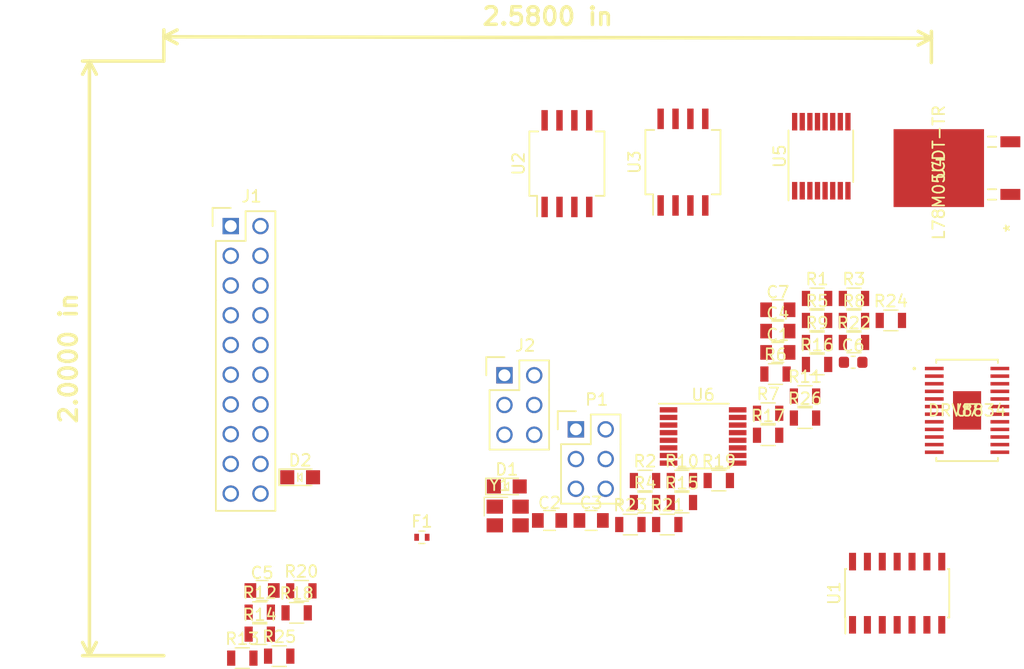
<source format=kicad_pcb>
(kicad_pcb (version 20171130) (host pcbnew 5.0.0-fee4fd1~66~ubuntu16.04.1)

  (general
    (thickness 1.6)
    (drawings 2)
    (tracks 0)
    (zones 0)
    (modules 47)
    (nets 73)
  )

  (page A4)
  (layers
    (0 F.Cu signal)
    (31 B.Cu signal)
    (32 B.Adhes user)
    (33 F.Adhes user)
    (34 B.Paste user)
    (35 F.Paste user)
    (36 B.SilkS user)
    (37 F.SilkS user)
    (38 B.Mask user)
    (39 F.Mask user)
    (40 Dwgs.User user)
    (41 Cmts.User user)
    (42 Eco1.User user)
    (43 Eco2.User user)
    (44 Edge.Cuts user)
    (45 Margin user)
    (46 B.CrtYd user)
    (47 F.CrtYd user)
    (48 B.Fab user)
    (49 F.Fab user)
  )

  (setup
    (last_trace_width 0.25)
    (trace_clearance 0.2)
    (zone_clearance 0.508)
    (zone_45_only no)
    (trace_min 0.2)
    (segment_width 0.2)
    (edge_width 0.15)
    (via_size 0.8)
    (via_drill 0.4)
    (via_min_size 0.4)
    (via_min_drill 0.3)
    (uvia_size 0.3)
    (uvia_drill 0.1)
    (uvias_allowed no)
    (uvia_min_size 0.2)
    (uvia_min_drill 0.1)
    (pcb_text_width 0.3)
    (pcb_text_size 1.5 1.5)
    (mod_edge_width 0.15)
    (mod_text_size 1 1)
    (mod_text_width 0.15)
    (pad_size 1.524 1.524)
    (pad_drill 0.762)
    (pad_to_mask_clearance 0.2)
    (aux_axis_origin 0 0)
    (visible_elements FFFFFF7F)
    (pcbplotparams
      (layerselection 0x010fc_ffffffff)
      (usegerberextensions false)
      (usegerberattributes false)
      (usegerberadvancedattributes false)
      (creategerberjobfile false)
      (excludeedgelayer true)
      (linewidth 0.100000)
      (plotframeref false)
      (viasonmask false)
      (mode 1)
      (useauxorigin false)
      (hpglpennumber 1)
      (hpglpenspeed 20)
      (hpglpendiameter 15.000000)
      (psnegative false)
      (psa4output false)
      (plotreference true)
      (plotvalue true)
      (plotinvisibletext false)
      (padsonsilk false)
      (subtractmaskfromsilk false)
      (outputformat 1)
      (mirror false)
      (drillshape 1)
      (scaleselection 1)
      (outputdirectory ""))
  )

  (net 0 "")
  (net 1 VCC)
  (net 2 GND)
  (net 3 "Net-(C2-Pad1)")
  (net 4 "Net-(C3-Pad1)")
  (net 5 "Net-(C4-Pad2)")
  (net 6 "Net-(C5-Pad1)")
  (net 7 /battery+)
  (net 8 "Net-(D1-Pad1)")
  (net 9 "Net-(D2-Pad1)")
  (net 10 /p_led)
  (net 11 "Net-(F1-Pad1)")
  (net 12 /red_8)
  (net 13 /red_7)
  (net 14 /red_6)
  (net 15 /red_5)
  (net 16 /red_4)
  (net 17 /red_3)
  (net 18 /blue_8)
  (net 19 /red_2)
  (net 20 /blue_4)
  (net 21 /blue_6)
  (net 22 /blue_2)
  (net 23 "Net-(J1-Pad19)")
  (net 24 /blue_3)
  (net 25 /blue_5)
  (net 26 /red_1)
  (net 27 /blue_7)
  (net 28 /blue_1)
  (net 29 /motorA+)
  (net 30 /motorA-)
  (net 31 /motorB+)
  (net 32 /motorB-)
  (net 33 /RESET)
  (net 34 /MOSI)
  (net 35 /SCK)
  (net 36 /MISO)
  (net 37 /led_D1)
  (net 38 "Net-(R2-Pad1)")
  (net 39 /red_inA)
  (net 40 "Net-(R3-Pad1)")
  (net 41 /red_inB)
  (net 42 "Net-(R4-Pad2)")
  (net 43 "Net-(R5-Pad1)")
  (net 44 "Net-(R6-Pad2)")
  (net 45 "Net-(R7-Pad1)")
  (net 46 "Net-(R10-Pad2)")
  (net 47 "Net-(R11-Pad2)")
  (net 48 /red_outA)
  (net 49 /red_outB)
  (net 50 /blue_inB)
  (net 51 "Net-(R14-Pad1)")
  (net 52 "Net-(R15-Pad1)")
  (net 53 /blue_inA)
  (net 54 "Net-(R16-Pad2)")
  (net 55 "Net-(R17-Pad1)")
  (net 56 "Net-(R18-Pad2)")
  (net 57 "Net-(R19-Pad1)")
  (net 58 "Net-(R20-Pad1)")
  (net 59 "Net-(R21-Pad1)")
  (net 60 /blue_outB)
  (net 61 /blue_outA)
  (net 62 "Net-(R24-Pad2)")
  (net 63 /select_0A)
  (net 64 /select_1A)
  (net 65 /select_1B)
  (net 66 /select_0B)
  (net 67 /motorA_PWM)
  (net 68 /motorB_PWM)
  (net 69 /motorB_DIR)
  (net 70 /motorA_DIR)
  (net 71 "Net-(U7-Pad14)")
  (net 72 /issues)

  (net_class Default "This is the default net class."
    (clearance 0.2)
    (trace_width 0.25)
    (via_dia 0.8)
    (via_drill 0.4)
    (uvia_dia 0.3)
    (uvia_drill 0.1)
    (add_net /MISO)
    (add_net /MOSI)
    (add_net /RESET)
    (add_net /SCK)
    (add_net /battery+)
    (add_net /blue_1)
    (add_net /blue_2)
    (add_net /blue_3)
    (add_net /blue_4)
    (add_net /blue_5)
    (add_net /blue_6)
    (add_net /blue_7)
    (add_net /blue_8)
    (add_net /blue_inA)
    (add_net /blue_inB)
    (add_net /blue_outA)
    (add_net /blue_outB)
    (add_net /issues)
    (add_net /led_D1)
    (add_net /motorA+)
    (add_net /motorA-)
    (add_net /motorA_DIR)
    (add_net /motorA_PWM)
    (add_net /motorB+)
    (add_net /motorB-)
    (add_net /motorB_DIR)
    (add_net /motorB_PWM)
    (add_net /p_led)
    (add_net /red_1)
    (add_net /red_2)
    (add_net /red_3)
    (add_net /red_4)
    (add_net /red_5)
    (add_net /red_6)
    (add_net /red_7)
    (add_net /red_8)
    (add_net /red_inA)
    (add_net /red_inB)
    (add_net /red_outA)
    (add_net /red_outB)
    (add_net /select_0A)
    (add_net /select_0B)
    (add_net /select_1A)
    (add_net /select_1B)
    (add_net GND)
    (add_net "Net-(C2-Pad1)")
    (add_net "Net-(C3-Pad1)")
    (add_net "Net-(C4-Pad2)")
    (add_net "Net-(C5-Pad1)")
    (add_net "Net-(D1-Pad1)")
    (add_net "Net-(D2-Pad1)")
    (add_net "Net-(F1-Pad1)")
    (add_net "Net-(J1-Pad19)")
    (add_net "Net-(R10-Pad2)")
    (add_net "Net-(R11-Pad2)")
    (add_net "Net-(R14-Pad1)")
    (add_net "Net-(R15-Pad1)")
    (add_net "Net-(R16-Pad2)")
    (add_net "Net-(R17-Pad1)")
    (add_net "Net-(R18-Pad2)")
    (add_net "Net-(R19-Pad1)")
    (add_net "Net-(R2-Pad1)")
    (add_net "Net-(R20-Pad1)")
    (add_net "Net-(R21-Pad1)")
    (add_net "Net-(R24-Pad2)")
    (add_net "Net-(R3-Pad1)")
    (add_net "Net-(R4-Pad2)")
    (add_net "Net-(R5-Pad1)")
    (add_net "Net-(R6-Pad2)")
    (add_net "Net-(R7-Pad1)")
    (add_net "Net-(U7-Pad14)")
    (add_net VCC)
  )

  (module footprints:C_0805_OEM (layer F.Cu) (tedit 59F250E7) (tstamp 5BE03101)
    (at 164.438001 105.915001)
    (descr "Capacitor SMD 0805, reflow soldering, AVX (see smccp.pdf)")
    (tags "capacitor 0805")
    (path /5BFC489B)
    (attr smd)
    (fp_text reference C1 (at 0 -1.5) (layer F.SilkS)
      (effects (font (size 1 1) (thickness 0.15)))
    )
    (fp_text value C_0.1uF (at 0 1.75) (layer F.Fab) hide
      (effects (font (size 1 1) (thickness 0.15)))
    )
    (fp_line (start 1.75 0.87) (end -1.75 0.87) (layer F.CrtYd) (width 0.05))
    (fp_line (start 1.75 0.87) (end 1.75 -0.88) (layer F.CrtYd) (width 0.05))
    (fp_line (start -1.75 -0.88) (end -1.75 0.87) (layer F.CrtYd) (width 0.05))
    (fp_line (start -1.75 -0.88) (end 1.75 -0.88) (layer F.CrtYd) (width 0.05))
    (fp_line (start -0.5 0.85) (end 0.5 0.85) (layer F.SilkS) (width 0.12))
    (fp_line (start 0.5 -0.85) (end -0.5 -0.85) (layer F.SilkS) (width 0.12))
    (fp_line (start -1 -0.62) (end 1 -0.62) (layer F.Fab) (width 0.1))
    (fp_line (start 1 -0.62) (end 1 0.62) (layer F.Fab) (width 0.1))
    (fp_line (start 1 0.62) (end -1 0.62) (layer F.Fab) (width 0.1))
    (fp_line (start -1 0.62) (end -1 -0.62) (layer F.Fab) (width 0.1))
    (pad 2 smd rect (at 1 0) (size 1 1.25) (layers F.Cu F.Paste F.Mask)
      (net 1 VCC))
    (pad 1 smd rect (at -1 0) (size 1 1.25) (layers F.Cu F.Paste F.Mask)
      (net 2 GND))
    (model /home/josh/Formula/OEM_Preferred_Parts/3DModels/C_0805_OEM/C_0805.wrl
      (at (xyz 0 0 0))
      (scale (xyz 1 1 1))
      (rotate (xyz 0 0 0))
    )
  )

  (module footprints:C_0805_OEM (layer F.Cu) (tedit 59F250E7) (tstamp 5BE03111)
    (at 144.948001 120.275001)
    (descr "Capacitor SMD 0805, reflow soldering, AVX (see smccp.pdf)")
    (tags "capacitor 0805")
    (path /5BD8795C)
    (attr smd)
    (fp_text reference C2 (at 0 -1.5) (layer F.SilkS)
      (effects (font (size 1 1) (thickness 0.15)))
    )
    (fp_text value C_30pF (at 0 1.75) (layer F.Fab) hide
      (effects (font (size 1 1) (thickness 0.15)))
    )
    (fp_line (start 1.75 0.87) (end -1.75 0.87) (layer F.CrtYd) (width 0.05))
    (fp_line (start 1.75 0.87) (end 1.75 -0.88) (layer F.CrtYd) (width 0.05))
    (fp_line (start -1.75 -0.88) (end -1.75 0.87) (layer F.CrtYd) (width 0.05))
    (fp_line (start -1.75 -0.88) (end 1.75 -0.88) (layer F.CrtYd) (width 0.05))
    (fp_line (start -0.5 0.85) (end 0.5 0.85) (layer F.SilkS) (width 0.12))
    (fp_line (start 0.5 -0.85) (end -0.5 -0.85) (layer F.SilkS) (width 0.12))
    (fp_line (start -1 -0.62) (end 1 -0.62) (layer F.Fab) (width 0.1))
    (fp_line (start 1 -0.62) (end 1 0.62) (layer F.Fab) (width 0.1))
    (fp_line (start 1 0.62) (end -1 0.62) (layer F.Fab) (width 0.1))
    (fp_line (start -1 0.62) (end -1 -0.62) (layer F.Fab) (width 0.1))
    (pad 2 smd rect (at 1 0) (size 1 1.25) (layers F.Cu F.Paste F.Mask)
      (net 2 GND))
    (pad 1 smd rect (at -1 0) (size 1 1.25) (layers F.Cu F.Paste F.Mask)
      (net 3 "Net-(C2-Pad1)"))
    (model /home/josh/Formula/OEM_Preferred_Parts/3DModels/C_0805_OEM/C_0805.wrl
      (at (xyz 0 0 0))
      (scale (xyz 1 1 1))
      (rotate (xyz 0 0 0))
    )
  )

  (module footprints:C_0805_OEM (layer F.Cu) (tedit 59F250E7) (tstamp 5BE03121)
    (at 148.498001 120.275001)
    (descr "Capacitor SMD 0805, reflow soldering, AVX (see smccp.pdf)")
    (tags "capacitor 0805")
    (path /5BD876EC)
    (attr smd)
    (fp_text reference C3 (at 0 -1.5) (layer F.SilkS)
      (effects (font (size 1 1) (thickness 0.15)))
    )
    (fp_text value C_30pF (at 0 1.75) (layer F.Fab) hide
      (effects (font (size 1 1) (thickness 0.15)))
    )
    (fp_line (start -1 0.62) (end -1 -0.62) (layer F.Fab) (width 0.1))
    (fp_line (start 1 0.62) (end -1 0.62) (layer F.Fab) (width 0.1))
    (fp_line (start 1 -0.62) (end 1 0.62) (layer F.Fab) (width 0.1))
    (fp_line (start -1 -0.62) (end 1 -0.62) (layer F.Fab) (width 0.1))
    (fp_line (start 0.5 -0.85) (end -0.5 -0.85) (layer F.SilkS) (width 0.12))
    (fp_line (start -0.5 0.85) (end 0.5 0.85) (layer F.SilkS) (width 0.12))
    (fp_line (start -1.75 -0.88) (end 1.75 -0.88) (layer F.CrtYd) (width 0.05))
    (fp_line (start -1.75 -0.88) (end -1.75 0.87) (layer F.CrtYd) (width 0.05))
    (fp_line (start 1.75 0.87) (end 1.75 -0.88) (layer F.CrtYd) (width 0.05))
    (fp_line (start 1.75 0.87) (end -1.75 0.87) (layer F.CrtYd) (width 0.05))
    (pad 1 smd rect (at -1 0) (size 1 1.25) (layers F.Cu F.Paste F.Mask)
      (net 4 "Net-(C3-Pad1)"))
    (pad 2 smd rect (at 1 0) (size 1 1.25) (layers F.Cu F.Paste F.Mask)
      (net 2 GND))
    (model /home/josh/Formula/OEM_Preferred_Parts/3DModels/C_0805_OEM/C_0805.wrl
      (at (xyz 0 0 0))
      (scale (xyz 1 1 1))
      (rotate (xyz 0 0 0))
    )
  )

  (module footprints:C_0805_OEM (layer F.Cu) (tedit 59F250E7) (tstamp 5BE03131)
    (at 164.438001 104.095001)
    (descr "Capacitor SMD 0805, reflow soldering, AVX (see smccp.pdf)")
    (tags "capacitor 0805")
    (path /5BCC9278)
    (attr smd)
    (fp_text reference C4 (at 0 -1.5) (layer F.SilkS)
      (effects (font (size 1 1) (thickness 0.15)))
    )
    (fp_text value C_100pF (at 0 1.75) (layer F.Fab) hide
      (effects (font (size 1 1) (thickness 0.15)))
    )
    (fp_line (start 1.75 0.87) (end -1.75 0.87) (layer F.CrtYd) (width 0.05))
    (fp_line (start 1.75 0.87) (end 1.75 -0.88) (layer F.CrtYd) (width 0.05))
    (fp_line (start -1.75 -0.88) (end -1.75 0.87) (layer F.CrtYd) (width 0.05))
    (fp_line (start -1.75 -0.88) (end 1.75 -0.88) (layer F.CrtYd) (width 0.05))
    (fp_line (start -0.5 0.85) (end 0.5 0.85) (layer F.SilkS) (width 0.12))
    (fp_line (start 0.5 -0.85) (end -0.5 -0.85) (layer F.SilkS) (width 0.12))
    (fp_line (start -1 -0.62) (end 1 -0.62) (layer F.Fab) (width 0.1))
    (fp_line (start 1 -0.62) (end 1 0.62) (layer F.Fab) (width 0.1))
    (fp_line (start 1 0.62) (end -1 0.62) (layer F.Fab) (width 0.1))
    (fp_line (start -1 0.62) (end -1 -0.62) (layer F.Fab) (width 0.1))
    (pad 2 smd rect (at 1 0) (size 1 1.25) (layers F.Cu F.Paste F.Mask)
      (net 5 "Net-(C4-Pad2)"))
    (pad 1 smd rect (at -1 0) (size 1 1.25) (layers F.Cu F.Paste F.Mask)
      (net 2 GND))
    (model /home/josh/Formula/OEM_Preferred_Parts/3DModels/C_0805_OEM/C_0805.wrl
      (at (xyz 0 0 0))
      (scale (xyz 1 1 1))
      (rotate (xyz 0 0 0))
    )
  )

  (module footprints:C_0805_OEM (layer F.Cu) (tedit 59F250E7) (tstamp 5BE03141)
    (at 120.406001 126.259001)
    (descr "Capacitor SMD 0805, reflow soldering, AVX (see smccp.pdf)")
    (tags "capacitor 0805")
    (path /5BEFDB36)
    (attr smd)
    (fp_text reference C5 (at 0 -1.5) (layer F.SilkS)
      (effects (font (size 1 1) (thickness 0.15)))
    )
    (fp_text value C_0.01uF (at 0 1.75) (layer F.Fab) hide
      (effects (font (size 1 1) (thickness 0.15)))
    )
    (fp_line (start -1 0.62) (end -1 -0.62) (layer F.Fab) (width 0.1))
    (fp_line (start 1 0.62) (end -1 0.62) (layer F.Fab) (width 0.1))
    (fp_line (start 1 -0.62) (end 1 0.62) (layer F.Fab) (width 0.1))
    (fp_line (start -1 -0.62) (end 1 -0.62) (layer F.Fab) (width 0.1))
    (fp_line (start 0.5 -0.85) (end -0.5 -0.85) (layer F.SilkS) (width 0.12))
    (fp_line (start -0.5 0.85) (end 0.5 0.85) (layer F.SilkS) (width 0.12))
    (fp_line (start -1.75 -0.88) (end 1.75 -0.88) (layer F.CrtYd) (width 0.05))
    (fp_line (start -1.75 -0.88) (end -1.75 0.87) (layer F.CrtYd) (width 0.05))
    (fp_line (start 1.75 0.87) (end 1.75 -0.88) (layer F.CrtYd) (width 0.05))
    (fp_line (start 1.75 0.87) (end -1.75 0.87) (layer F.CrtYd) (width 0.05))
    (pad 1 smd rect (at -1 0) (size 1 1.25) (layers F.Cu F.Paste F.Mask)
      (net 6 "Net-(C5-Pad1)"))
    (pad 2 smd rect (at 1 0) (size 1 1.25) (layers F.Cu F.Paste F.Mask)
      (net 7 /battery+))
    (model /home/josh/Formula/OEM_Preferred_Parts/3DModels/C_0805_OEM/C_0805.wrl
      (at (xyz 0 0 0))
      (scale (xyz 1 1 1))
      (rotate (xyz 0 0 0))
    )
  )

  (module footprints:C_0603_1608Metric (layer F.Cu) (tedit 5B301BBE) (tstamp 5BE03152)
    (at 170.868001 106.760001)
    (descr "Capacitor SMD 0603 (1608 Metric), square (rectangular) end terminal, IPC_7351 nominal, (Body size source: http://www.tortai-tech.com/upload/download/2011102023233369053.pdf), generated with kicad-footprint-generator")
    (tags capacitor)
    (path /5BE034E8)
    (attr smd)
    (fp_text reference C6 (at 0 -1.43) (layer F.SilkS)
      (effects (font (size 1 1) (thickness 0.15)))
    )
    (fp_text value C_2.2uF (at 0 1.43) (layer F.Fab)
      (effects (font (size 1 1) (thickness 0.15)))
    )
    (fp_line (start -0.8 0.4) (end -0.8 -0.4) (layer F.Fab) (width 0.1))
    (fp_line (start -0.8 -0.4) (end 0.8 -0.4) (layer F.Fab) (width 0.1))
    (fp_line (start 0.8 -0.4) (end 0.8 0.4) (layer F.Fab) (width 0.1))
    (fp_line (start 0.8 0.4) (end -0.8 0.4) (layer F.Fab) (width 0.1))
    (fp_line (start -0.162779 -0.51) (end 0.162779 -0.51) (layer F.SilkS) (width 0.12))
    (fp_line (start -0.162779 0.51) (end 0.162779 0.51) (layer F.SilkS) (width 0.12))
    (fp_line (start -1.48 0.73) (end -1.48 -0.73) (layer F.CrtYd) (width 0.05))
    (fp_line (start -1.48 -0.73) (end 1.48 -0.73) (layer F.CrtYd) (width 0.05))
    (fp_line (start 1.48 -0.73) (end 1.48 0.73) (layer F.CrtYd) (width 0.05))
    (fp_line (start 1.48 0.73) (end -1.48 0.73) (layer F.CrtYd) (width 0.05))
    (fp_text user %R (at 0 0) (layer F.Fab)
      (effects (font (size 0.4 0.4) (thickness 0.06)))
    )
    (pad 1 smd roundrect (at -0.7875 0) (size 0.875 0.95) (layers F.Cu F.Paste F.Mask) (roundrect_rratio 0.25)
      (net 1 VCC))
    (pad 2 smd roundrect (at 0.7875 0) (size 0.875 0.95) (layers F.Cu F.Paste F.Mask) (roundrect_rratio 0.25)
      (net 2 GND))
    (model ${KISYS3DMOD}/Capacitor_SMD.3dshapes/C_0603_1608Metric.wrl
      (at (xyz 0 0 0))
      (scale (xyz 1 1 1))
      (rotate (xyz 0 0 0))
    )
  )

  (module footprints:C_0805_OEM (layer F.Cu) (tedit 59F250E7) (tstamp 5BE03162)
    (at 164.438001 102.275001)
    (descr "Capacitor SMD 0805, reflow soldering, AVX (see smccp.pdf)")
    (tags "capacitor 0805")
    (path /5BCC8D73)
    (attr smd)
    (fp_text reference C7 (at 0 -1.5) (layer F.SilkS)
      (effects (font (size 1 1) (thickness 0.15)))
    )
    (fp_text value C_0.1uF (at 0 1.75) (layer F.Fab) hide
      (effects (font (size 1 1) (thickness 0.15)))
    )
    (fp_line (start -1 0.62) (end -1 -0.62) (layer F.Fab) (width 0.1))
    (fp_line (start 1 0.62) (end -1 0.62) (layer F.Fab) (width 0.1))
    (fp_line (start 1 -0.62) (end 1 0.62) (layer F.Fab) (width 0.1))
    (fp_line (start -1 -0.62) (end 1 -0.62) (layer F.Fab) (width 0.1))
    (fp_line (start 0.5 -0.85) (end -0.5 -0.85) (layer F.SilkS) (width 0.12))
    (fp_line (start -0.5 0.85) (end 0.5 0.85) (layer F.SilkS) (width 0.12))
    (fp_line (start -1.75 -0.88) (end 1.75 -0.88) (layer F.CrtYd) (width 0.05))
    (fp_line (start -1.75 -0.88) (end -1.75 0.87) (layer F.CrtYd) (width 0.05))
    (fp_line (start 1.75 0.87) (end 1.75 -0.88) (layer F.CrtYd) (width 0.05))
    (fp_line (start 1.75 0.87) (end -1.75 0.87) (layer F.CrtYd) (width 0.05))
    (pad 1 smd rect (at -1 0) (size 1 1.25) (layers F.Cu F.Paste F.Mask)
      (net 1 VCC))
    (pad 2 smd rect (at 1 0) (size 1 1.25) (layers F.Cu F.Paste F.Mask)
      (net 2 GND))
    (model /home/josh/Formula/OEM_Preferred_Parts/3DModels/C_0805_OEM/C_0805.wrl
      (at (xyz 0 0 0))
      (scale (xyz 1 1 1))
      (rotate (xyz 0 0 0))
    )
  )

  (module footprints:LED_0805_OEM (layer F.Cu) (tedit 5A5B129D) (tstamp 5BE04006)
    (at 141.298001 117.370001)
    (descr "LED 0805 smd package")
    (tags "LED led 0805 SMD smd SMT smt smdled SMDLED smtled SMTLED")
    (path /5C5CAEDF)
    (attr smd)
    (fp_text reference D1 (at 0 -1.45) (layer F.SilkS)
      (effects (font (size 1 1) (thickness 0.15)))
    )
    (fp_text value LED_0805 (at 0.508 2.032) (layer F.Fab) hide
      (effects (font (size 1 1) (thickness 0.15)))
    )
    (fp_line (start -0.2 0.35) (end -0.2 0) (layer F.SilkS) (width 0.1))
    (fp_line (start -0.2 0) (end -0.2 -0.35) (layer F.SilkS) (width 0.1))
    (fp_line (start 0.15 0.35) (end -0.2 0) (layer F.SilkS) (width 0.1))
    (fp_line (start 0.15 0.3) (end 0.15 0.35) (layer F.SilkS) (width 0.1))
    (fp_line (start 0.15 0.35) (end 0.15 0.3) (layer F.SilkS) (width 0.1))
    (fp_line (start 0.15 -0.35) (end 0.15 0.3) (layer F.SilkS) (width 0.1))
    (fp_line (start 0.1 -0.3) (end 0.15 -0.35) (layer F.SilkS) (width 0.1))
    (fp_line (start -0.2 0) (end 0.1 -0.3) (layer F.SilkS) (width 0.1))
    (fp_line (start -1.8 -0.7) (end -1.8 0.7) (layer F.SilkS) (width 0.12))
    (fp_line (start 1 0.6) (end -1 0.6) (layer F.Fab) (width 0.1))
    (fp_line (start 1 -0.6) (end 1 0.6) (layer F.Fab) (width 0.1))
    (fp_line (start -1 -0.6) (end 1 -0.6) (layer F.Fab) (width 0.1))
    (fp_line (start -1 0.6) (end -1 -0.6) (layer F.Fab) (width 0.1))
    (fp_line (start -1.8 0.7) (end 1 0.7) (layer F.SilkS) (width 0.12))
    (fp_line (start -1.8 -0.7) (end 1 -0.7) (layer F.SilkS) (width 0.12))
    (fp_line (start 1.95 -0.85) (end 1.95 0.85) (layer F.CrtYd) (width 0.05))
    (fp_line (start 1.95 0.85) (end -1.95 0.85) (layer F.CrtYd) (width 0.05))
    (fp_line (start -1.95 0.85) (end -1.95 -0.85) (layer F.CrtYd) (width 0.05))
    (fp_line (start -1.95 -0.85) (end 1.95 -0.85) (layer F.CrtYd) (width 0.05))
    (pad 2 smd rect (at 1.1 0 180) (size 1.2 1.2) (layers F.Cu F.Paste F.Mask)
      (net 7 /battery+))
    (pad 1 smd rect (at -1.1 0 180) (size 1.2 1.2) (layers F.Cu F.Paste F.Mask)
      (net 8 "Net-(D1-Pad1)"))
    (model "/home/josh/Formula/OEM_Preferred_Parts/3DModels/LED_0805/LED 0805 Base GREEN001_sp.wrl"
      (at (xyz 0 0 0))
      (scale (xyz 1 1 1))
      (rotate (xyz 0 0 180))
    )
  )

  (module footprints:LED_0805_OEM (layer F.Cu) (tedit 5A5B129D) (tstamp 5BE03194)
    (at 123.655 116.586)
    (descr "LED 0805 smd package")
    (tags "LED led 0805 SMD smd SMT smt smdled SMDLED smtled SMTLED")
    (path /5C712AE7)
    (attr smd)
    (fp_text reference D2 (at 0 -1.45) (layer F.SilkS)
      (effects (font (size 1 1) (thickness 0.15)))
    )
    (fp_text value LED_0805 (at 0.508 2.032) (layer F.Fab) hide
      (effects (font (size 1 1) (thickness 0.15)))
    )
    (fp_line (start -1.95 -0.85) (end 1.95 -0.85) (layer F.CrtYd) (width 0.05))
    (fp_line (start -1.95 0.85) (end -1.95 -0.85) (layer F.CrtYd) (width 0.05))
    (fp_line (start 1.95 0.85) (end -1.95 0.85) (layer F.CrtYd) (width 0.05))
    (fp_line (start 1.95 -0.85) (end 1.95 0.85) (layer F.CrtYd) (width 0.05))
    (fp_line (start -1.8 -0.7) (end 1 -0.7) (layer F.SilkS) (width 0.12))
    (fp_line (start -1.8 0.7) (end 1 0.7) (layer F.SilkS) (width 0.12))
    (fp_line (start -1 0.6) (end -1 -0.6) (layer F.Fab) (width 0.1))
    (fp_line (start -1 -0.6) (end 1 -0.6) (layer F.Fab) (width 0.1))
    (fp_line (start 1 -0.6) (end 1 0.6) (layer F.Fab) (width 0.1))
    (fp_line (start 1 0.6) (end -1 0.6) (layer F.Fab) (width 0.1))
    (fp_line (start -1.8 -0.7) (end -1.8 0.7) (layer F.SilkS) (width 0.12))
    (fp_line (start -0.2 0) (end 0.1 -0.3) (layer F.SilkS) (width 0.1))
    (fp_line (start 0.1 -0.3) (end 0.15 -0.35) (layer F.SilkS) (width 0.1))
    (fp_line (start 0.15 -0.35) (end 0.15 0.3) (layer F.SilkS) (width 0.1))
    (fp_line (start 0.15 0.35) (end 0.15 0.3) (layer F.SilkS) (width 0.1))
    (fp_line (start 0.15 0.3) (end 0.15 0.35) (layer F.SilkS) (width 0.1))
    (fp_line (start 0.15 0.35) (end -0.2 0) (layer F.SilkS) (width 0.1))
    (fp_line (start -0.2 0) (end -0.2 -0.35) (layer F.SilkS) (width 0.1))
    (fp_line (start -0.2 0.35) (end -0.2 0) (layer F.SilkS) (width 0.1))
    (pad 1 smd rect (at -1.1 0 180) (size 1.2 1.2) (layers F.Cu F.Paste F.Mask)
      (net 9 "Net-(D2-Pad1)"))
    (pad 2 smd rect (at 1.1 0 180) (size 1.2 1.2) (layers F.Cu F.Paste F.Mask)
      (net 10 /p_led))
    (model "/home/josh/Formula/OEM_Preferred_Parts/3DModels/LED_0805/LED 0805 Base GREEN001_sp.wrl"
      (at (xyz 0 0 0))
      (scale (xyz 1 1 1))
      (rotate (xyz 0 0 180))
    )
  )

  (module Resistors_SMD:R_0402 (layer F.Cu) (tedit 58E0A804) (tstamp 5BE031A5)
    (at 134.048001 121.715001)
    (descr "Resistor SMD 0402, reflow soldering, Vishay (see dcrcw.pdf)")
    (tags "resistor 0402")
    (path /5BFED31D)
    (attr smd)
    (fp_text reference F1 (at 0 -1.35) (layer F.SilkS)
      (effects (font (size 1 1) (thickness 0.15)))
    )
    (fp_text value Fuse_2A (at 0 1.45) (layer F.Fab)
      (effects (font (size 1 1) (thickness 0.15)))
    )
    (fp_line (start 0.8 0.45) (end -0.8 0.45) (layer F.CrtYd) (width 0.05))
    (fp_line (start 0.8 0.45) (end 0.8 -0.45) (layer F.CrtYd) (width 0.05))
    (fp_line (start -0.8 -0.45) (end -0.8 0.45) (layer F.CrtYd) (width 0.05))
    (fp_line (start -0.8 -0.45) (end 0.8 -0.45) (layer F.CrtYd) (width 0.05))
    (fp_line (start -0.25 0.53) (end 0.25 0.53) (layer F.SilkS) (width 0.12))
    (fp_line (start 0.25 -0.53) (end -0.25 -0.53) (layer F.SilkS) (width 0.12))
    (fp_line (start -0.5 -0.25) (end 0.5 -0.25) (layer F.Fab) (width 0.1))
    (fp_line (start 0.5 -0.25) (end 0.5 0.25) (layer F.Fab) (width 0.1))
    (fp_line (start 0.5 0.25) (end -0.5 0.25) (layer F.Fab) (width 0.1))
    (fp_line (start -0.5 0.25) (end -0.5 -0.25) (layer F.Fab) (width 0.1))
    (fp_text user %R (at 0 -1.35) (layer F.Fab)
      (effects (font (size 1 1) (thickness 0.15)))
    )
    (pad 2 smd rect (at 0.45 0) (size 0.4 0.6) (layers F.Cu F.Paste F.Mask)
      (net 7 /battery+))
    (pad 1 smd rect (at -0.45 0) (size 0.4 0.6) (layers F.Cu F.Paste F.Mask)
      (net 11 "Net-(F1-Pad1)"))
    (model ${KISYS3DMOD}/Resistors_SMD.3dshapes/R_0402.wrl
      (at (xyz 0 0 0))
      (scale (xyz 1 1 1))
      (rotate (xyz 0 0 0))
    )
  )

  (module footprints:Pin_Header_Straight_2x10 (layer F.Cu) (tedit 5BDF67C4) (tstamp 5BE031CC)
    (at 117.729 95.123)
    (descr "Through hole pin header")
    (tags "pin header")
    (path /5BEEF940)
    (fp_text reference J1 (at 1.778 -2.54) (layer F.SilkS)
      (effects (font (size 1 1) (thickness 0.15)))
    )
    (fp_text value Conn_01x20_Female (at -10.2362 -7.0358) (layer F.Fab) hide
      (effects (font (size 1 1) (thickness 0.15)))
    )
    (fp_line (start -1.27 1.27) (end -1.27 6.35) (layer F.SilkS) (width 0.15))
    (fp_line (start -1.55 -1.55) (end 0 -1.55) (layer F.SilkS) (width 0.15))
    (fp_line (start -1.75 -1.75) (end -1.75 24.638) (layer F.CrtYd) (width 0.05))
    (fp_line (start 4.3 -1.75) (end 4.3 24.638) (layer F.CrtYd) (width 0.05))
    (fp_line (start -1.75 -1.75) (end 4.3 -1.75) (layer F.CrtYd) (width 0.05))
    (fp_line (start -1.7574 24.7142) (end 4.2926 24.7142) (layer F.CrtYd) (width 0.05))
    (fp_line (start 1.27 -1.27) (end 1.27 1.27) (layer F.SilkS) (width 0.15))
    (fp_line (start 1.27 1.27) (end -1.27 1.27) (layer F.SilkS) (width 0.15))
    (fp_line (start -1.27 24.3332) (end 3.81 24.3332) (layer F.SilkS) (width 0.15))
    (fp_line (start 3.81 6.35) (end 3.81 1.27) (layer F.SilkS) (width 0.15))
    (fp_line (start -1.55 -1.55) (end -1.55 0) (layer F.SilkS) (width 0.15))
    (fp_line (start 3.81 -1.27) (end 1.27 -1.27) (layer F.SilkS) (width 0.15))
    (fp_line (start 3.81 1.27) (end 3.81 -1.27) (layer F.SilkS) (width 0.15))
    (fp_line (start -1.27 6.3246) (end -1.27 24.3332) (layer F.SilkS) (width 0.15))
    (fp_line (start 3.81 6.35) (end 3.81 24.3332) (layer F.SilkS) (width 0.15))
    (pad 1 thru_hole rect (at 0 0) (size 1.4 1.4) (drill 1.016) (layers *.Cu *.Mask)
      (net 12 /red_8))
    (pad 2 thru_hole circle (at 2.54 0) (size 1.4 1.4) (drill 1.016) (layers *.Cu *.Mask)
      (net 13 /red_7))
    (pad 3 thru_hole circle (at 0 2.54) (size 1.4 1.4) (drill 1.016) (layers *.Cu *.Mask)
      (net 14 /red_6))
    (pad 4 thru_hole circle (at 2.54 2.54) (size 1.4 1.4) (drill 1.016) (layers *.Cu *.Mask)
      (net 15 /red_5))
    (pad 5 thru_hole circle (at 0 5.08) (size 1.4 1.4) (drill 1.016) (layers *.Cu *.Mask)
      (net 16 /red_4))
    (pad 6 thru_hole circle (at 2.54 5.08) (size 1.4 1.4) (drill 1.016) (layers *.Cu *.Mask)
      (net 17 /red_3))
    (pad 9 thru_hole circle (at 0 10.16) (size 1.4 1.4) (drill 1.016) (layers *.Cu *.Mask)
      (net 18 /blue_8))
    (pad 7 thru_hole circle (at 0 7.62) (size 1.4 1.4) (drill 1.016) (layers *.Cu *.Mask)
      (net 19 /red_2))
    (pad 13 thru_hole circle (at 0 15.24) (size 1.4 1.4) (drill 1.016) (layers *.Cu *.Mask)
      (net 20 /blue_4))
    (pad 17 thru_hole circle (at 0 20.32) (size 1.4 1.4) (drill 1.016) (layers *.Cu *.Mask)
      (net 1 VCC))
    (pad 11 thru_hole circle (at 0 12.7) (size 1.4 1.4) (drill 1.016) (layers *.Cu *.Mask)
      (net 21 /blue_6))
    (pad 15 thru_hole circle (at 0 17.78) (size 1.4 1.4) (drill 1.016) (layers *.Cu *.Mask)
      (net 22 /blue_2))
    (pad 19 thru_hole circle (at 0 22.86) (size 1.4 1.4) (drill 1.016) (layers *.Cu *.Mask)
      (net 23 "Net-(J1-Pad19)"))
    (pad 14 thru_hole circle (at 2.54 15.24) (size 1.4 1.4) (drill 1.016) (layers *.Cu *.Mask)
      (net 24 /blue_3))
    (pad 12 thru_hole circle (at 2.54 12.7) (size 1.4 1.4) (drill 1.016) (layers *.Cu *.Mask)
      (net 25 /blue_5))
    (pad 8 thru_hole circle (at 2.54 7.62) (size 1.4 1.4) (drill 1.016) (layers *.Cu *.Mask)
      (net 26 /red_1))
    (pad 18 thru_hole circle (at 2.54 20.32) (size 1.4 1.4) (drill 1.016) (layers *.Cu *.Mask)
      (net 1 VCC))
    (pad 10 thru_hole circle (at 2.54 10.16) (size 1.4 1.4) (drill 1.016) (layers *.Cu *.Mask)
      (net 27 /blue_7))
    (pad 20 thru_hole circle (at 2.54 22.86) (size 1.4 1.4) (drill 1.016) (layers *.Cu *.Mask)
      (net 2 GND))
    (pad 16 thru_hole circle (at 2.54 17.78) (size 1.4 1.4) (drill 1.016) (layers *.Cu *.Mask)
      (net 28 /blue_1))
    (model Pin_Headers.3dshapes/Pin_Header_Straight_2x03.wrl
      (offset (xyz 1.269999980926514 -2.539999961853027 0))
      (scale (xyz 1 1 1))
      (rotate (xyz 0 0 90))
    )
  )

  (module footprints:Pin_Header_Straight_2x03 (layer F.Cu) (tedit 5BB5911C) (tstamp 5BE03F91)
    (at 141.098001 107.870001)
    (descr "Through hole pin header")
    (tags "pin header")
    (path /5C37AD4A)
    (fp_text reference J2 (at 1.778 -2.54) (layer F.SilkS)
      (effects (font (size 1 1) (thickness 0.15)))
    )
    (fp_text value Conn_02x03_Odd_Even (at 1.27 7.874) (layer F.Fab) hide
      (effects (font (size 1 1) (thickness 0.15)))
    )
    (fp_line (start -1.27 1.27) (end -1.27 6.35) (layer F.SilkS) (width 0.15))
    (fp_line (start -1.55 -1.55) (end 0 -1.55) (layer F.SilkS) (width 0.15))
    (fp_line (start -1.75 -1.75) (end -1.75 6.85) (layer F.CrtYd) (width 0.05))
    (fp_line (start 4.3 -1.75) (end 4.3 6.85) (layer F.CrtYd) (width 0.05))
    (fp_line (start -1.75 -1.75) (end 4.3 -1.75) (layer F.CrtYd) (width 0.05))
    (fp_line (start -1.75 6.85) (end 4.3 6.85) (layer F.CrtYd) (width 0.05))
    (fp_line (start 1.27 -1.27) (end 1.27 1.27) (layer F.SilkS) (width 0.15))
    (fp_line (start 1.27 1.27) (end -1.27 1.27) (layer F.SilkS) (width 0.15))
    (fp_line (start -1.27 6.35) (end 3.81 6.35) (layer F.SilkS) (width 0.15))
    (fp_line (start 3.81 6.35) (end 3.81 1.27) (layer F.SilkS) (width 0.15))
    (fp_line (start -1.55 -1.55) (end -1.55 0) (layer F.SilkS) (width 0.15))
    (fp_line (start 3.81 -1.27) (end 1.27 -1.27) (layer F.SilkS) (width 0.15))
    (fp_line (start 3.81 1.27) (end 3.81 -1.27) (layer F.SilkS) (width 0.15))
    (pad 1 thru_hole rect (at 0 0) (size 1.4 1.4) (drill 1.016) (layers *.Cu *.Mask)
      (net 29 /motorA+))
    (pad 2 thru_hole circle (at 2.54 0) (size 1.4 1.4) (drill 1.016) (layers *.Cu *.Mask)
      (net 30 /motorA-))
    (pad 3 thru_hole circle (at 0 2.54) (size 1.4 1.4) (drill 1.016) (layers *.Cu *.Mask)
      (net 31 /motorB+))
    (pad 4 thru_hole circle (at 2.54 2.54) (size 1.4 1.4) (drill 1.016) (layers *.Cu *.Mask)
      (net 32 /motorB-))
    (pad 5 thru_hole circle (at 0 5.08) (size 1.4 1.4) (drill 1.016) (layers *.Cu *.Mask)
      (net 11 "Net-(F1-Pad1)"))
    (pad 6 thru_hole circle (at 2.54 5.08) (size 1.4 1.4) (drill 1.016) (layers *.Cu *.Mask)
      (net 2 GND))
    (model Pin_Headers.3dshapes/Pin_Header_Straight_2x03.wrl
      (offset (xyz 1.269999980926514 -2.539999961853027 0))
      (scale (xyz 1 1 1))
      (rotate (xyz 0 0 90))
    )
  )

  (module footprints:Pin_Header_Straight_2x03 (layer F.Cu) (tedit 5BB5911C) (tstamp 5BE031FA)
    (at 147.198001 112.490001)
    (descr "Through hole pin header")
    (tags "pin header")
    (path /5BCC9EE8)
    (fp_text reference P1 (at 1.778 -2.54) (layer F.SilkS)
      (effects (font (size 1 1) (thickness 0.15)))
    )
    (fp_text value CONN_02X03 (at 1.27 7.874) (layer F.Fab) hide
      (effects (font (size 1 1) (thickness 0.15)))
    )
    (fp_line (start 3.81 1.27) (end 3.81 -1.27) (layer F.SilkS) (width 0.15))
    (fp_line (start 3.81 -1.27) (end 1.27 -1.27) (layer F.SilkS) (width 0.15))
    (fp_line (start -1.55 -1.55) (end -1.55 0) (layer F.SilkS) (width 0.15))
    (fp_line (start 3.81 6.35) (end 3.81 1.27) (layer F.SilkS) (width 0.15))
    (fp_line (start -1.27 6.35) (end 3.81 6.35) (layer F.SilkS) (width 0.15))
    (fp_line (start 1.27 1.27) (end -1.27 1.27) (layer F.SilkS) (width 0.15))
    (fp_line (start 1.27 -1.27) (end 1.27 1.27) (layer F.SilkS) (width 0.15))
    (fp_line (start -1.75 6.85) (end 4.3 6.85) (layer F.CrtYd) (width 0.05))
    (fp_line (start -1.75 -1.75) (end 4.3 -1.75) (layer F.CrtYd) (width 0.05))
    (fp_line (start 4.3 -1.75) (end 4.3 6.85) (layer F.CrtYd) (width 0.05))
    (fp_line (start -1.75 -1.75) (end -1.75 6.85) (layer F.CrtYd) (width 0.05))
    (fp_line (start -1.55 -1.55) (end 0 -1.55) (layer F.SilkS) (width 0.15))
    (fp_line (start -1.27 1.27) (end -1.27 6.35) (layer F.SilkS) (width 0.15))
    (pad 6 thru_hole circle (at 2.54 5.08) (size 1.4 1.4) (drill 1.016) (layers *.Cu *.Mask)
      (net 2 GND))
    (pad 5 thru_hole circle (at 0 5.08) (size 1.4 1.4) (drill 1.016) (layers *.Cu *.Mask)
      (net 33 /RESET))
    (pad 4 thru_hole circle (at 2.54 2.54) (size 1.4 1.4) (drill 1.016) (layers *.Cu *.Mask)
      (net 34 /MOSI))
    (pad 3 thru_hole circle (at 0 2.54) (size 1.4 1.4) (drill 1.016) (layers *.Cu *.Mask)
      (net 35 /SCK))
    (pad 2 thru_hole circle (at 2.54 0) (size 1.4 1.4) (drill 1.016) (layers *.Cu *.Mask)
      (net 1 VCC))
    (pad 1 thru_hole rect (at 0 0) (size 1.4 1.4) (drill 1.016) (layers *.Cu *.Mask)
      (net 36 /MISO))
    (model Pin_Headers.3dshapes/Pin_Header_Straight_2x03.wrl
      (offset (xyz 1.269999980926514 -2.539999961853027 0))
      (scale (xyz 1 1 1))
      (rotate (xyz 0 0 90))
    )
  )

  (module footprints:R_0805_OEM (layer F.Cu) (tedit 59F25131) (tstamp 5BE0320A)
    (at 167.788001 101.305001)
    (descr "Resistor SMD 0805, reflow soldering, Vishay (see dcrcw.pdf)")
    (tags "resistor 0805")
    (path /5C5B7628)
    (attr smd)
    (fp_text reference R1 (at 0 -1.65) (layer F.SilkS)
      (effects (font (size 1 1) (thickness 0.15)))
    )
    (fp_text value R_200 (at 0 1.75) (layer F.Fab) hide
      (effects (font (size 1 1) (thickness 0.15)))
    )
    (fp_line (start 1.55 0.9) (end -1.55 0.9) (layer F.CrtYd) (width 0.05))
    (fp_line (start 1.55 0.9) (end 1.55 -0.9) (layer F.CrtYd) (width 0.05))
    (fp_line (start -1.55 -0.9) (end -1.55 0.9) (layer F.CrtYd) (width 0.05))
    (fp_line (start -1.55 -0.9) (end 1.55 -0.9) (layer F.CrtYd) (width 0.05))
    (fp_line (start -0.6 -0.88) (end 0.6 -0.88) (layer F.SilkS) (width 0.12))
    (fp_line (start 0.6 0.88) (end -0.6 0.88) (layer F.SilkS) (width 0.12))
    (fp_line (start -1 -0.62) (end 1 -0.62) (layer F.Fab) (width 0.1))
    (fp_line (start 1 -0.62) (end 1 0.62) (layer F.Fab) (width 0.1))
    (fp_line (start 1 0.62) (end -1 0.62) (layer F.Fab) (width 0.1))
    (fp_line (start -1 0.62) (end -1 -0.62) (layer F.Fab) (width 0.1))
    (pad 2 smd rect (at 0.95 0) (size 0.7 1.3) (layers F.Cu F.Paste F.Mask)
      (net 23 "Net-(J1-Pad19)"))
    (pad 1 smd rect (at -0.95 0) (size 0.7 1.3) (layers F.Cu F.Paste F.Mask)
      (net 37 /led_D1))
    (model "/home/josh/Formula/OEM_Preferred_Parts/3DModels/WRL Files/res0805.wrl"
      (at (xyz 0 0 0))
      (scale (xyz 1 1 1))
      (rotate (xyz 0 0 0))
    )
  )

  (module footprints:R_0805_OEM (layer F.Cu) (tedit 59F25131) (tstamp 5BE0321A)
    (at 153.098001 116.865001)
    (descr "Resistor SMD 0805, reflow soldering, Vishay (see dcrcw.pdf)")
    (tags "resistor 0805")
    (path /5BDAAD00)
    (attr smd)
    (fp_text reference R2 (at 0 -1.65) (layer F.SilkS)
      (effects (font (size 1 1) (thickness 0.15)))
    )
    (fp_text value R_1M (at 0 1.75) (layer F.Fab) hide
      (effects (font (size 1 1) (thickness 0.15)))
    )
    (fp_line (start -1 0.62) (end -1 -0.62) (layer F.Fab) (width 0.1))
    (fp_line (start 1 0.62) (end -1 0.62) (layer F.Fab) (width 0.1))
    (fp_line (start 1 -0.62) (end 1 0.62) (layer F.Fab) (width 0.1))
    (fp_line (start -1 -0.62) (end 1 -0.62) (layer F.Fab) (width 0.1))
    (fp_line (start 0.6 0.88) (end -0.6 0.88) (layer F.SilkS) (width 0.12))
    (fp_line (start -0.6 -0.88) (end 0.6 -0.88) (layer F.SilkS) (width 0.12))
    (fp_line (start -1.55 -0.9) (end 1.55 -0.9) (layer F.CrtYd) (width 0.05))
    (fp_line (start -1.55 -0.9) (end -1.55 0.9) (layer F.CrtYd) (width 0.05))
    (fp_line (start 1.55 0.9) (end 1.55 -0.9) (layer F.CrtYd) (width 0.05))
    (fp_line (start 1.55 0.9) (end -1.55 0.9) (layer F.CrtYd) (width 0.05))
    (pad 1 smd rect (at -0.95 0) (size 0.7 1.3) (layers F.Cu F.Paste F.Mask)
      (net 38 "Net-(R2-Pad1)"))
    (pad 2 smd rect (at 0.95 0) (size 0.7 1.3) (layers F.Cu F.Paste F.Mask)
      (net 39 /red_inA))
    (model "/home/josh/Formula/OEM_Preferred_Parts/3DModels/WRL Files/res0805.wrl"
      (at (xyz 0 0 0))
      (scale (xyz 1 1 1))
      (rotate (xyz 0 0 0))
    )
  )

  (module footprints:R_0805_OEM (layer F.Cu) (tedit 59F25131) (tstamp 5BE0322A)
    (at 170.938001 101.305001)
    (descr "Resistor SMD 0805, reflow soldering, Vishay (see dcrcw.pdf)")
    (tags "resistor 0805")
    (path /5BF23010)
    (attr smd)
    (fp_text reference R3 (at 0 -1.65) (layer F.SilkS)
      (effects (font (size 1 1) (thickness 0.15)))
    )
    (fp_text value R_1M (at 0 1.75) (layer F.Fab) hide
      (effects (font (size 1 1) (thickness 0.15)))
    )
    (fp_line (start -1 0.62) (end -1 -0.62) (layer F.Fab) (width 0.1))
    (fp_line (start 1 0.62) (end -1 0.62) (layer F.Fab) (width 0.1))
    (fp_line (start 1 -0.62) (end 1 0.62) (layer F.Fab) (width 0.1))
    (fp_line (start -1 -0.62) (end 1 -0.62) (layer F.Fab) (width 0.1))
    (fp_line (start 0.6 0.88) (end -0.6 0.88) (layer F.SilkS) (width 0.12))
    (fp_line (start -0.6 -0.88) (end 0.6 -0.88) (layer F.SilkS) (width 0.12))
    (fp_line (start -1.55 -0.9) (end 1.55 -0.9) (layer F.CrtYd) (width 0.05))
    (fp_line (start -1.55 -0.9) (end -1.55 0.9) (layer F.CrtYd) (width 0.05))
    (fp_line (start 1.55 0.9) (end 1.55 -0.9) (layer F.CrtYd) (width 0.05))
    (fp_line (start 1.55 0.9) (end -1.55 0.9) (layer F.CrtYd) (width 0.05))
    (pad 1 smd rect (at -0.95 0) (size 0.7 1.3) (layers F.Cu F.Paste F.Mask)
      (net 40 "Net-(R3-Pad1)"))
    (pad 2 smd rect (at 0.95 0) (size 0.7 1.3) (layers F.Cu F.Paste F.Mask)
      (net 41 /red_inB))
    (model "/home/josh/Formula/OEM_Preferred_Parts/3DModels/WRL Files/res0805.wrl"
      (at (xyz 0 0 0))
      (scale (xyz 1 1 1))
      (rotate (xyz 0 0 0))
    )
  )

  (module footprints:R_0805_OEM (layer F.Cu) (tedit 59F25131) (tstamp 5BE0323A)
    (at 153.098001 118.745001)
    (descr "Resistor SMD 0805, reflow soldering, Vishay (see dcrcw.pdf)")
    (tags "resistor 0805")
    (path /5BE5FCDA)
    (attr smd)
    (fp_text reference R4 (at 0 -1.65) (layer F.SilkS)
      (effects (font (size 1 1) (thickness 0.15)))
    )
    (fp_text value R_100K (at 0 1.75) (layer F.Fab) hide
      (effects (font (size 1 1) (thickness 0.15)))
    )
    (fp_line (start -1 0.62) (end -1 -0.62) (layer F.Fab) (width 0.1))
    (fp_line (start 1 0.62) (end -1 0.62) (layer F.Fab) (width 0.1))
    (fp_line (start 1 -0.62) (end 1 0.62) (layer F.Fab) (width 0.1))
    (fp_line (start -1 -0.62) (end 1 -0.62) (layer F.Fab) (width 0.1))
    (fp_line (start 0.6 0.88) (end -0.6 0.88) (layer F.SilkS) (width 0.12))
    (fp_line (start -0.6 -0.88) (end 0.6 -0.88) (layer F.SilkS) (width 0.12))
    (fp_line (start -1.55 -0.9) (end 1.55 -0.9) (layer F.CrtYd) (width 0.05))
    (fp_line (start -1.55 -0.9) (end -1.55 0.9) (layer F.CrtYd) (width 0.05))
    (fp_line (start 1.55 0.9) (end 1.55 -0.9) (layer F.CrtYd) (width 0.05))
    (fp_line (start 1.55 0.9) (end -1.55 0.9) (layer F.CrtYd) (width 0.05))
    (pad 1 smd rect (at -0.95 0) (size 0.7 1.3) (layers F.Cu F.Paste F.Mask)
      (net 2 GND))
    (pad 2 smd rect (at 0.95 0) (size 0.7 1.3) (layers F.Cu F.Paste F.Mask)
      (net 42 "Net-(R4-Pad2)"))
    (model "/home/josh/Formula/OEM_Preferred_Parts/3DModels/WRL Files/res0805.wrl"
      (at (xyz 0 0 0))
      (scale (xyz 1 1 1))
      (rotate (xyz 0 0 0))
    )
  )

  (module footprints:R_0805_OEM (layer F.Cu) (tedit 59F25131) (tstamp 5BE0324A)
    (at 167.788001 103.185001)
    (descr "Resistor SMD 0805, reflow soldering, Vishay (see dcrcw.pdf)")
    (tags "resistor 0805")
    (path /5BE20363)
    (attr smd)
    (fp_text reference R5 (at 0 -1.65) (layer F.SilkS)
      (effects (font (size 1 1) (thickness 0.15)))
    )
    (fp_text value R_10K (at 0 1.75) (layer F.Fab) hide
      (effects (font (size 1 1) (thickness 0.15)))
    )
    (fp_line (start 1.55 0.9) (end -1.55 0.9) (layer F.CrtYd) (width 0.05))
    (fp_line (start 1.55 0.9) (end 1.55 -0.9) (layer F.CrtYd) (width 0.05))
    (fp_line (start -1.55 -0.9) (end -1.55 0.9) (layer F.CrtYd) (width 0.05))
    (fp_line (start -1.55 -0.9) (end 1.55 -0.9) (layer F.CrtYd) (width 0.05))
    (fp_line (start -0.6 -0.88) (end 0.6 -0.88) (layer F.SilkS) (width 0.12))
    (fp_line (start 0.6 0.88) (end -0.6 0.88) (layer F.SilkS) (width 0.12))
    (fp_line (start -1 -0.62) (end 1 -0.62) (layer F.Fab) (width 0.1))
    (fp_line (start 1 -0.62) (end 1 0.62) (layer F.Fab) (width 0.1))
    (fp_line (start 1 0.62) (end -1 0.62) (layer F.Fab) (width 0.1))
    (fp_line (start -1 0.62) (end -1 -0.62) (layer F.Fab) (width 0.1))
    (pad 2 smd rect (at 0.95 0) (size 0.7 1.3) (layers F.Cu F.Paste F.Mask)
      (net 38 "Net-(R2-Pad1)"))
    (pad 1 smd rect (at -0.95 0) (size 0.7 1.3) (layers F.Cu F.Paste F.Mask)
      (net 43 "Net-(R5-Pad1)"))
    (model "/home/josh/Formula/OEM_Preferred_Parts/3DModels/WRL Files/res0805.wrl"
      (at (xyz 0 0 0))
      (scale (xyz 1 1 1))
      (rotate (xyz 0 0 0))
    )
  )

  (module footprints:R_0805_OEM (layer F.Cu) (tedit 59F25131) (tstamp 5BE0325A)
    (at 164.238001 107.765001)
    (descr "Resistor SMD 0805, reflow soldering, Vishay (see dcrcw.pdf)")
    (tags "resistor 0805")
    (path /5BF23053)
    (attr smd)
    (fp_text reference R6 (at 0 -1.65) (layer F.SilkS)
      (effects (font (size 1 1) (thickness 0.15)))
    )
    (fp_text value R_100K (at 0 1.75) (layer F.Fab) hide
      (effects (font (size 1 1) (thickness 0.15)))
    )
    (fp_line (start -1 0.62) (end -1 -0.62) (layer F.Fab) (width 0.1))
    (fp_line (start 1 0.62) (end -1 0.62) (layer F.Fab) (width 0.1))
    (fp_line (start 1 -0.62) (end 1 0.62) (layer F.Fab) (width 0.1))
    (fp_line (start -1 -0.62) (end 1 -0.62) (layer F.Fab) (width 0.1))
    (fp_line (start 0.6 0.88) (end -0.6 0.88) (layer F.SilkS) (width 0.12))
    (fp_line (start -0.6 -0.88) (end 0.6 -0.88) (layer F.SilkS) (width 0.12))
    (fp_line (start -1.55 -0.9) (end 1.55 -0.9) (layer F.CrtYd) (width 0.05))
    (fp_line (start -1.55 -0.9) (end -1.55 0.9) (layer F.CrtYd) (width 0.05))
    (fp_line (start 1.55 0.9) (end 1.55 -0.9) (layer F.CrtYd) (width 0.05))
    (fp_line (start 1.55 0.9) (end -1.55 0.9) (layer F.CrtYd) (width 0.05))
    (pad 1 smd rect (at -0.95 0) (size 0.7 1.3) (layers F.Cu F.Paste F.Mask)
      (net 2 GND))
    (pad 2 smd rect (at 0.95 0) (size 0.7 1.3) (layers F.Cu F.Paste F.Mask)
      (net 44 "Net-(R6-Pad2)"))
    (model "/home/josh/Formula/OEM_Preferred_Parts/3DModels/WRL Files/res0805.wrl"
      (at (xyz 0 0 0))
      (scale (xyz 1 1 1))
      (rotate (xyz 0 0 0))
    )
  )

  (module footprints:R_0805_OEM (layer F.Cu) (tedit 59F25131) (tstamp 5BE0326A)
    (at 163.608001 111.115001)
    (descr "Resistor SMD 0805, reflow soldering, Vishay (see dcrcw.pdf)")
    (tags "resistor 0805")
    (path /5BF23032)
    (attr smd)
    (fp_text reference R7 (at 0 -1.65) (layer F.SilkS)
      (effects (font (size 1 1) (thickness 0.15)))
    )
    (fp_text value R_10K (at 0 1.75) (layer F.Fab) hide
      (effects (font (size 1 1) (thickness 0.15)))
    )
    (fp_line (start 1.55 0.9) (end -1.55 0.9) (layer F.CrtYd) (width 0.05))
    (fp_line (start 1.55 0.9) (end 1.55 -0.9) (layer F.CrtYd) (width 0.05))
    (fp_line (start -1.55 -0.9) (end -1.55 0.9) (layer F.CrtYd) (width 0.05))
    (fp_line (start -1.55 -0.9) (end 1.55 -0.9) (layer F.CrtYd) (width 0.05))
    (fp_line (start -0.6 -0.88) (end 0.6 -0.88) (layer F.SilkS) (width 0.12))
    (fp_line (start 0.6 0.88) (end -0.6 0.88) (layer F.SilkS) (width 0.12))
    (fp_line (start -1 -0.62) (end 1 -0.62) (layer F.Fab) (width 0.1))
    (fp_line (start 1 -0.62) (end 1 0.62) (layer F.Fab) (width 0.1))
    (fp_line (start 1 0.62) (end -1 0.62) (layer F.Fab) (width 0.1))
    (fp_line (start -1 0.62) (end -1 -0.62) (layer F.Fab) (width 0.1))
    (pad 2 smd rect (at 0.95 0) (size 0.7 1.3) (layers F.Cu F.Paste F.Mask)
      (net 40 "Net-(R3-Pad1)"))
    (pad 1 smd rect (at -0.95 0) (size 0.7 1.3) (layers F.Cu F.Paste F.Mask)
      (net 45 "Net-(R7-Pad1)"))
    (model "/home/josh/Formula/OEM_Preferred_Parts/3DModels/WRL Files/res0805.wrl"
      (at (xyz 0 0 0))
      (scale (xyz 1 1 1))
      (rotate (xyz 0 0 0))
    )
  )

  (module footprints:R_0805_OEM (layer F.Cu) (tedit 59F25131) (tstamp 5BE0327A)
    (at 170.938001 103.185001)
    (descr "Resistor SMD 0805, reflow soldering, Vishay (see dcrcw.pdf)")
    (tags "resistor 0805")
    (path /5BE5FD59)
    (attr smd)
    (fp_text reference R8 (at 0 -1.65) (layer F.SilkS)
      (effects (font (size 1 1) (thickness 0.15)))
    )
    (fp_text value R_100K (at 0 1.75) (layer F.Fab) hide
      (effects (font (size 1 1) (thickness 0.15)))
    )
    (fp_line (start 1.55 0.9) (end -1.55 0.9) (layer F.CrtYd) (width 0.05))
    (fp_line (start 1.55 0.9) (end 1.55 -0.9) (layer F.CrtYd) (width 0.05))
    (fp_line (start -1.55 -0.9) (end -1.55 0.9) (layer F.CrtYd) (width 0.05))
    (fp_line (start -1.55 -0.9) (end 1.55 -0.9) (layer F.CrtYd) (width 0.05))
    (fp_line (start -0.6 -0.88) (end 0.6 -0.88) (layer F.SilkS) (width 0.12))
    (fp_line (start 0.6 0.88) (end -0.6 0.88) (layer F.SilkS) (width 0.12))
    (fp_line (start -1 -0.62) (end 1 -0.62) (layer F.Fab) (width 0.1))
    (fp_line (start 1 -0.62) (end 1 0.62) (layer F.Fab) (width 0.1))
    (fp_line (start 1 0.62) (end -1 0.62) (layer F.Fab) (width 0.1))
    (fp_line (start -1 0.62) (end -1 -0.62) (layer F.Fab) (width 0.1))
    (pad 2 smd rect (at 0.95 0) (size 0.7 1.3) (layers F.Cu F.Paste F.Mask)
      (net 42 "Net-(R4-Pad2)"))
    (pad 1 smd rect (at -0.95 0) (size 0.7 1.3) (layers F.Cu F.Paste F.Mask)
      (net 46 "Net-(R10-Pad2)"))
    (model "/home/josh/Formula/OEM_Preferred_Parts/3DModels/WRL Files/res0805.wrl"
      (at (xyz 0 0 0))
      (scale (xyz 1 1 1))
      (rotate (xyz 0 0 0))
    )
  )

  (module footprints:R_0805_OEM (layer F.Cu) (tedit 59F25131) (tstamp 5BE0328A)
    (at 167.788001 105.065001)
    (descr "Resistor SMD 0805, reflow soldering, Vishay (see dcrcw.pdf)")
    (tags "resistor 0805")
    (path /5BF2305D)
    (attr smd)
    (fp_text reference R9 (at 0 -1.65) (layer F.SilkS)
      (effects (font (size 1 1) (thickness 0.15)))
    )
    (fp_text value R_100K (at 0 1.75) (layer F.Fab) hide
      (effects (font (size 1 1) (thickness 0.15)))
    )
    (fp_line (start 1.55 0.9) (end -1.55 0.9) (layer F.CrtYd) (width 0.05))
    (fp_line (start 1.55 0.9) (end 1.55 -0.9) (layer F.CrtYd) (width 0.05))
    (fp_line (start -1.55 -0.9) (end -1.55 0.9) (layer F.CrtYd) (width 0.05))
    (fp_line (start -1.55 -0.9) (end 1.55 -0.9) (layer F.CrtYd) (width 0.05))
    (fp_line (start -0.6 -0.88) (end 0.6 -0.88) (layer F.SilkS) (width 0.12))
    (fp_line (start 0.6 0.88) (end -0.6 0.88) (layer F.SilkS) (width 0.12))
    (fp_line (start -1 -0.62) (end 1 -0.62) (layer F.Fab) (width 0.1))
    (fp_line (start 1 -0.62) (end 1 0.62) (layer F.Fab) (width 0.1))
    (fp_line (start 1 0.62) (end -1 0.62) (layer F.Fab) (width 0.1))
    (fp_line (start -1 0.62) (end -1 -0.62) (layer F.Fab) (width 0.1))
    (pad 2 smd rect (at 0.95 0) (size 0.7 1.3) (layers F.Cu F.Paste F.Mask)
      (net 44 "Net-(R6-Pad2)"))
    (pad 1 smd rect (at -0.95 0) (size 0.7 1.3) (layers F.Cu F.Paste F.Mask)
      (net 47 "Net-(R11-Pad2)"))
    (model "/home/josh/Formula/OEM_Preferred_Parts/3DModels/WRL Files/res0805.wrl"
      (at (xyz 0 0 0))
      (scale (xyz 1 1 1))
      (rotate (xyz 0 0 0))
    )
  )

  (module footprints:R_0805_OEM (layer F.Cu) (tedit 59F25131) (tstamp 5BE0329A)
    (at 156.248001 116.865001)
    (descr "Resistor SMD 0805, reflow soldering, Vishay (see dcrcw.pdf)")
    (tags "resistor 0805")
    (path /5BE54162)
    (attr smd)
    (fp_text reference R10 (at 0 -1.65) (layer F.SilkS)
      (effects (font (size 1 1) (thickness 0.15)))
    )
    (fp_text value R_200 (at 0 1.75) (layer F.Fab) hide
      (effects (font (size 1 1) (thickness 0.15)))
    )
    (fp_line (start -1 0.62) (end -1 -0.62) (layer F.Fab) (width 0.1))
    (fp_line (start 1 0.62) (end -1 0.62) (layer F.Fab) (width 0.1))
    (fp_line (start 1 -0.62) (end 1 0.62) (layer F.Fab) (width 0.1))
    (fp_line (start -1 -0.62) (end 1 -0.62) (layer F.Fab) (width 0.1))
    (fp_line (start 0.6 0.88) (end -0.6 0.88) (layer F.SilkS) (width 0.12))
    (fp_line (start -0.6 -0.88) (end 0.6 -0.88) (layer F.SilkS) (width 0.12))
    (fp_line (start -1.55 -0.9) (end 1.55 -0.9) (layer F.CrtYd) (width 0.05))
    (fp_line (start -1.55 -0.9) (end -1.55 0.9) (layer F.CrtYd) (width 0.05))
    (fp_line (start 1.55 0.9) (end 1.55 -0.9) (layer F.CrtYd) (width 0.05))
    (fp_line (start 1.55 0.9) (end -1.55 0.9) (layer F.CrtYd) (width 0.05))
    (pad 1 smd rect (at -0.95 0) (size 0.7 1.3) (layers F.Cu F.Paste F.Mask)
      (net 48 /red_outA))
    (pad 2 smd rect (at 0.95 0) (size 0.7 1.3) (layers F.Cu F.Paste F.Mask)
      (net 46 "Net-(R10-Pad2)"))
    (model "/home/josh/Formula/OEM_Preferred_Parts/3DModels/WRL Files/res0805.wrl"
      (at (xyz 0 0 0))
      (scale (xyz 1 1 1))
      (rotate (xyz 0 0 0))
    )
  )

  (module footprints:R_0805_OEM (layer F.Cu) (tedit 59F25131) (tstamp 5BE032AA)
    (at 166.758001 109.645001)
    (descr "Resistor SMD 0805, reflow soldering, Vishay (see dcrcw.pdf)")
    (tags "resistor 0805")
    (path /5BF23048)
    (attr smd)
    (fp_text reference R11 (at 0 -1.65) (layer F.SilkS)
      (effects (font (size 1 1) (thickness 0.15)))
    )
    (fp_text value R_200 (at 0 1.75) (layer F.Fab) hide
      (effects (font (size 1 1) (thickness 0.15)))
    )
    (fp_line (start -1 0.62) (end -1 -0.62) (layer F.Fab) (width 0.1))
    (fp_line (start 1 0.62) (end -1 0.62) (layer F.Fab) (width 0.1))
    (fp_line (start 1 -0.62) (end 1 0.62) (layer F.Fab) (width 0.1))
    (fp_line (start -1 -0.62) (end 1 -0.62) (layer F.Fab) (width 0.1))
    (fp_line (start 0.6 0.88) (end -0.6 0.88) (layer F.SilkS) (width 0.12))
    (fp_line (start -0.6 -0.88) (end 0.6 -0.88) (layer F.SilkS) (width 0.12))
    (fp_line (start -1.55 -0.9) (end 1.55 -0.9) (layer F.CrtYd) (width 0.05))
    (fp_line (start -1.55 -0.9) (end -1.55 0.9) (layer F.CrtYd) (width 0.05))
    (fp_line (start 1.55 0.9) (end 1.55 -0.9) (layer F.CrtYd) (width 0.05))
    (fp_line (start 1.55 0.9) (end -1.55 0.9) (layer F.CrtYd) (width 0.05))
    (pad 1 smd rect (at -0.95 0) (size 0.7 1.3) (layers F.Cu F.Paste F.Mask)
      (net 49 /red_outB))
    (pad 2 smd rect (at 0.95 0) (size 0.7 1.3) (layers F.Cu F.Paste F.Mask)
      (net 47 "Net-(R11-Pad2)"))
    (model "/home/josh/Formula/OEM_Preferred_Parts/3DModels/WRL Files/res0805.wrl"
      (at (xyz 0 0 0))
      (scale (xyz 1 1 1))
      (rotate (xyz 0 0 0))
    )
  )

  (module footprints:R_0805_OEM (layer F.Cu) (tedit 59F25131) (tstamp 5BE032BA)
    (at 120.206001 128.109001)
    (descr "Resistor SMD 0805, reflow soldering, Vishay (see dcrcw.pdf)")
    (tags "resistor 0805")
    (path /5C5DBE50)
    (attr smd)
    (fp_text reference R12 (at 0 -1.65) (layer F.SilkS)
      (effects (font (size 1 1) (thickness 0.15)))
    )
    (fp_text value R_200 (at 0 1.75) (layer F.Fab) hide
      (effects (font (size 1 1) (thickness 0.15)))
    )
    (fp_line (start -1 0.62) (end -1 -0.62) (layer F.Fab) (width 0.1))
    (fp_line (start 1 0.62) (end -1 0.62) (layer F.Fab) (width 0.1))
    (fp_line (start 1 -0.62) (end 1 0.62) (layer F.Fab) (width 0.1))
    (fp_line (start -1 -0.62) (end 1 -0.62) (layer F.Fab) (width 0.1))
    (fp_line (start 0.6 0.88) (end -0.6 0.88) (layer F.SilkS) (width 0.12))
    (fp_line (start -0.6 -0.88) (end 0.6 -0.88) (layer F.SilkS) (width 0.12))
    (fp_line (start -1.55 -0.9) (end 1.55 -0.9) (layer F.CrtYd) (width 0.05))
    (fp_line (start -1.55 -0.9) (end -1.55 0.9) (layer F.CrtYd) (width 0.05))
    (fp_line (start 1.55 0.9) (end 1.55 -0.9) (layer F.CrtYd) (width 0.05))
    (fp_line (start 1.55 0.9) (end -1.55 0.9) (layer F.CrtYd) (width 0.05))
    (pad 1 smd rect (at -0.95 0) (size 0.7 1.3) (layers F.Cu F.Paste F.Mask)
      (net 2 GND))
    (pad 2 smd rect (at 0.95 0) (size 0.7 1.3) (layers F.Cu F.Paste F.Mask)
      (net 8 "Net-(D1-Pad1)"))
    (model "/home/josh/Formula/OEM_Preferred_Parts/3DModels/WRL Files/res0805.wrl"
      (at (xyz 0 0 0))
      (scale (xyz 1 1 1))
      (rotate (xyz 0 0 0))
    )
  )

  (module footprints:R_0805_OEM (layer F.Cu) (tedit 59F25131) (tstamp 5BE032CA)
    (at 118.716001 132.039001)
    (descr "Resistor SMD 0805, reflow soldering, Vishay (see dcrcw.pdf)")
    (tags "resistor 0805")
    (path /5C712AF0)
    (attr smd)
    (fp_text reference R13 (at 0 -1.65) (layer F.SilkS)
      (effects (font (size 1 1) (thickness 0.15)))
    )
    (fp_text value R_200 (at 0 1.75) (layer F.Fab) hide
      (effects (font (size 1 1) (thickness 0.15)))
    )
    (fp_line (start 1.55 0.9) (end -1.55 0.9) (layer F.CrtYd) (width 0.05))
    (fp_line (start 1.55 0.9) (end 1.55 -0.9) (layer F.CrtYd) (width 0.05))
    (fp_line (start -1.55 -0.9) (end -1.55 0.9) (layer F.CrtYd) (width 0.05))
    (fp_line (start -1.55 -0.9) (end 1.55 -0.9) (layer F.CrtYd) (width 0.05))
    (fp_line (start -0.6 -0.88) (end 0.6 -0.88) (layer F.SilkS) (width 0.12))
    (fp_line (start 0.6 0.88) (end -0.6 0.88) (layer F.SilkS) (width 0.12))
    (fp_line (start -1 -0.62) (end 1 -0.62) (layer F.Fab) (width 0.1))
    (fp_line (start 1 -0.62) (end 1 0.62) (layer F.Fab) (width 0.1))
    (fp_line (start 1 0.62) (end -1 0.62) (layer F.Fab) (width 0.1))
    (fp_line (start -1 0.62) (end -1 -0.62) (layer F.Fab) (width 0.1))
    (pad 2 smd rect (at 0.95 0) (size 0.7 1.3) (layers F.Cu F.Paste F.Mask)
      (net 9 "Net-(D2-Pad1)"))
    (pad 1 smd rect (at -0.95 0) (size 0.7 1.3) (layers F.Cu F.Paste F.Mask)
      (net 2 GND))
    (model "/home/josh/Formula/OEM_Preferred_Parts/3DModels/WRL Files/res0805.wrl"
      (at (xyz 0 0 0))
      (scale (xyz 1 1 1))
      (rotate (xyz 0 0 0))
    )
  )

  (module footprints:R_0805_OEM (layer F.Cu) (tedit 59F25131) (tstamp 5BE032DA)
    (at 120.206001 129.989001)
    (descr "Resistor SMD 0805, reflow soldering, Vishay (see dcrcw.pdf)")
    (tags "resistor 0805")
    (path /5BF2A29E)
    (attr smd)
    (fp_text reference R14 (at 0 -1.65) (layer F.SilkS)
      (effects (font (size 1 1) (thickness 0.15)))
    )
    (fp_text value R_1M (at 0 1.75) (layer F.Fab) hide
      (effects (font (size 1 1) (thickness 0.15)))
    )
    (fp_line (start 1.55 0.9) (end -1.55 0.9) (layer F.CrtYd) (width 0.05))
    (fp_line (start 1.55 0.9) (end 1.55 -0.9) (layer F.CrtYd) (width 0.05))
    (fp_line (start -1.55 -0.9) (end -1.55 0.9) (layer F.CrtYd) (width 0.05))
    (fp_line (start -1.55 -0.9) (end 1.55 -0.9) (layer F.CrtYd) (width 0.05))
    (fp_line (start -0.6 -0.88) (end 0.6 -0.88) (layer F.SilkS) (width 0.12))
    (fp_line (start 0.6 0.88) (end -0.6 0.88) (layer F.SilkS) (width 0.12))
    (fp_line (start -1 -0.62) (end 1 -0.62) (layer F.Fab) (width 0.1))
    (fp_line (start 1 -0.62) (end 1 0.62) (layer F.Fab) (width 0.1))
    (fp_line (start 1 0.62) (end -1 0.62) (layer F.Fab) (width 0.1))
    (fp_line (start -1 0.62) (end -1 -0.62) (layer F.Fab) (width 0.1))
    (pad 2 smd rect (at 0.95 0) (size 0.7 1.3) (layers F.Cu F.Paste F.Mask)
      (net 50 /blue_inB))
    (pad 1 smd rect (at -0.95 0) (size 0.7 1.3) (layers F.Cu F.Paste F.Mask)
      (net 51 "Net-(R14-Pad1)"))
    (model "/home/josh/Formula/OEM_Preferred_Parts/3DModels/WRL Files/res0805.wrl"
      (at (xyz 0 0 0))
      (scale (xyz 1 1 1))
      (rotate (xyz 0 0 0))
    )
  )

  (module footprints:R_0805_OEM (layer F.Cu) (tedit 59F25131) (tstamp 5BE032EA)
    (at 156.248001 118.745001)
    (descr "Resistor SMD 0805, reflow soldering, Vishay (see dcrcw.pdf)")
    (tags "resistor 0805")
    (path /5BE9AE39)
    (attr smd)
    (fp_text reference R15 (at 0 -1.65) (layer F.SilkS)
      (effects (font (size 1 1) (thickness 0.15)))
    )
    (fp_text value R_1M (at 0 1.75) (layer F.Fab) hide
      (effects (font (size 1 1) (thickness 0.15)))
    )
    (fp_line (start -1 0.62) (end -1 -0.62) (layer F.Fab) (width 0.1))
    (fp_line (start 1 0.62) (end -1 0.62) (layer F.Fab) (width 0.1))
    (fp_line (start 1 -0.62) (end 1 0.62) (layer F.Fab) (width 0.1))
    (fp_line (start -1 -0.62) (end 1 -0.62) (layer F.Fab) (width 0.1))
    (fp_line (start 0.6 0.88) (end -0.6 0.88) (layer F.SilkS) (width 0.12))
    (fp_line (start -0.6 -0.88) (end 0.6 -0.88) (layer F.SilkS) (width 0.12))
    (fp_line (start -1.55 -0.9) (end 1.55 -0.9) (layer F.CrtYd) (width 0.05))
    (fp_line (start -1.55 -0.9) (end -1.55 0.9) (layer F.CrtYd) (width 0.05))
    (fp_line (start 1.55 0.9) (end 1.55 -0.9) (layer F.CrtYd) (width 0.05))
    (fp_line (start 1.55 0.9) (end -1.55 0.9) (layer F.CrtYd) (width 0.05))
    (pad 1 smd rect (at -0.95 0) (size 0.7 1.3) (layers F.Cu F.Paste F.Mask)
      (net 52 "Net-(R15-Pad1)"))
    (pad 2 smd rect (at 0.95 0) (size 0.7 1.3) (layers F.Cu F.Paste F.Mask)
      (net 53 /blue_inA))
    (model "/home/josh/Formula/OEM_Preferred_Parts/3DModels/WRL Files/res0805.wrl"
      (at (xyz 0 0 0))
      (scale (xyz 1 1 1))
      (rotate (xyz 0 0 0))
    )
  )

  (module footprints:R_0805_OEM (layer F.Cu) (tedit 59F25131) (tstamp 5BE032FA)
    (at 167.788001 106.945001)
    (descr "Resistor SMD 0805, reflow soldering, Vishay (see dcrcw.pdf)")
    (tags "resistor 0805")
    (path /5BF2A2E1)
    (attr smd)
    (fp_text reference R16 (at 0 -1.65) (layer F.SilkS)
      (effects (font (size 1 1) (thickness 0.15)))
    )
    (fp_text value R_100K (at 0 1.75) (layer F.Fab) hide
      (effects (font (size 1 1) (thickness 0.15)))
    )
    (fp_line (start 1.55 0.9) (end -1.55 0.9) (layer F.CrtYd) (width 0.05))
    (fp_line (start 1.55 0.9) (end 1.55 -0.9) (layer F.CrtYd) (width 0.05))
    (fp_line (start -1.55 -0.9) (end -1.55 0.9) (layer F.CrtYd) (width 0.05))
    (fp_line (start -1.55 -0.9) (end 1.55 -0.9) (layer F.CrtYd) (width 0.05))
    (fp_line (start -0.6 -0.88) (end 0.6 -0.88) (layer F.SilkS) (width 0.12))
    (fp_line (start 0.6 0.88) (end -0.6 0.88) (layer F.SilkS) (width 0.12))
    (fp_line (start -1 -0.62) (end 1 -0.62) (layer F.Fab) (width 0.1))
    (fp_line (start 1 -0.62) (end 1 0.62) (layer F.Fab) (width 0.1))
    (fp_line (start 1 0.62) (end -1 0.62) (layer F.Fab) (width 0.1))
    (fp_line (start -1 0.62) (end -1 -0.62) (layer F.Fab) (width 0.1))
    (pad 2 smd rect (at 0.95 0) (size 0.7 1.3) (layers F.Cu F.Paste F.Mask)
      (net 54 "Net-(R16-Pad2)"))
    (pad 1 smd rect (at -0.95 0) (size 0.7 1.3) (layers F.Cu F.Paste F.Mask)
      (net 2 GND))
    (model "/home/josh/Formula/OEM_Preferred_Parts/3DModels/WRL Files/res0805.wrl"
      (at (xyz 0 0 0))
      (scale (xyz 1 1 1))
      (rotate (xyz 0 0 0))
    )
  )

  (module footprints:R_0805_OEM (layer F.Cu) (tedit 59F25131) (tstamp 5BE0330A)
    (at 163.608001 112.995001)
    (descr "Resistor SMD 0805, reflow soldering, Vishay (see dcrcw.pdf)")
    (tags "resistor 0805")
    (path /5BF2A2C0)
    (attr smd)
    (fp_text reference R17 (at 0 -1.65) (layer F.SilkS)
      (effects (font (size 1 1) (thickness 0.15)))
    )
    (fp_text value R_10K (at 0 1.75) (layer F.Fab) hide
      (effects (font (size 1 1) (thickness 0.15)))
    )
    (fp_line (start 1.55 0.9) (end -1.55 0.9) (layer F.CrtYd) (width 0.05))
    (fp_line (start 1.55 0.9) (end 1.55 -0.9) (layer F.CrtYd) (width 0.05))
    (fp_line (start -1.55 -0.9) (end -1.55 0.9) (layer F.CrtYd) (width 0.05))
    (fp_line (start -1.55 -0.9) (end 1.55 -0.9) (layer F.CrtYd) (width 0.05))
    (fp_line (start -0.6 -0.88) (end 0.6 -0.88) (layer F.SilkS) (width 0.12))
    (fp_line (start 0.6 0.88) (end -0.6 0.88) (layer F.SilkS) (width 0.12))
    (fp_line (start -1 -0.62) (end 1 -0.62) (layer F.Fab) (width 0.1))
    (fp_line (start 1 -0.62) (end 1 0.62) (layer F.Fab) (width 0.1))
    (fp_line (start 1 0.62) (end -1 0.62) (layer F.Fab) (width 0.1))
    (fp_line (start -1 0.62) (end -1 -0.62) (layer F.Fab) (width 0.1))
    (pad 2 smd rect (at 0.95 0) (size 0.7 1.3) (layers F.Cu F.Paste F.Mask)
      (net 51 "Net-(R14-Pad1)"))
    (pad 1 smd rect (at -0.95 0) (size 0.7 1.3) (layers F.Cu F.Paste F.Mask)
      (net 55 "Net-(R17-Pad1)"))
    (model "/home/josh/Formula/OEM_Preferred_Parts/3DModels/WRL Files/res0805.wrl"
      (at (xyz 0 0 0))
      (scale (xyz 1 1 1))
      (rotate (xyz 0 0 0))
    )
  )

  (module footprints:R_0805_OEM (layer F.Cu) (tedit 59F25131) (tstamp 5BE0331A)
    (at 123.356001 128.169001)
    (descr "Resistor SMD 0805, reflow soldering, Vishay (see dcrcw.pdf)")
    (tags "resistor 0805")
    (path /5BE9AE7C)
    (attr smd)
    (fp_text reference R18 (at 0 -1.65) (layer F.SilkS)
      (effects (font (size 1 1) (thickness 0.15)))
    )
    (fp_text value R_100K (at 0 1.75) (layer F.Fab) hide
      (effects (font (size 1 1) (thickness 0.15)))
    )
    (fp_line (start 1.55 0.9) (end -1.55 0.9) (layer F.CrtYd) (width 0.05))
    (fp_line (start 1.55 0.9) (end 1.55 -0.9) (layer F.CrtYd) (width 0.05))
    (fp_line (start -1.55 -0.9) (end -1.55 0.9) (layer F.CrtYd) (width 0.05))
    (fp_line (start -1.55 -0.9) (end 1.55 -0.9) (layer F.CrtYd) (width 0.05))
    (fp_line (start -0.6 -0.88) (end 0.6 -0.88) (layer F.SilkS) (width 0.12))
    (fp_line (start 0.6 0.88) (end -0.6 0.88) (layer F.SilkS) (width 0.12))
    (fp_line (start -1 -0.62) (end 1 -0.62) (layer F.Fab) (width 0.1))
    (fp_line (start 1 -0.62) (end 1 0.62) (layer F.Fab) (width 0.1))
    (fp_line (start 1 0.62) (end -1 0.62) (layer F.Fab) (width 0.1))
    (fp_line (start -1 0.62) (end -1 -0.62) (layer F.Fab) (width 0.1))
    (pad 2 smd rect (at 0.95 0) (size 0.7 1.3) (layers F.Cu F.Paste F.Mask)
      (net 56 "Net-(R18-Pad2)"))
    (pad 1 smd rect (at -0.95 0) (size 0.7 1.3) (layers F.Cu F.Paste F.Mask)
      (net 2 GND))
    (model "/home/josh/Formula/OEM_Preferred_Parts/3DModels/WRL Files/res0805.wrl"
      (at (xyz 0 0 0))
      (scale (xyz 1 1 1))
      (rotate (xyz 0 0 0))
    )
  )

  (module footprints:R_0805_OEM (layer F.Cu) (tedit 59F25131) (tstamp 5BE0332A)
    (at 159.398001 116.865001)
    (descr "Resistor SMD 0805, reflow soldering, Vishay (see dcrcw.pdf)")
    (tags "resistor 0805")
    (path /5BE9AE5B)
    (attr smd)
    (fp_text reference R19 (at 0 -1.65) (layer F.SilkS)
      (effects (font (size 1 1) (thickness 0.15)))
    )
    (fp_text value R_10K (at 0 1.75) (layer F.Fab) hide
      (effects (font (size 1 1) (thickness 0.15)))
    )
    (fp_line (start 1.55 0.9) (end -1.55 0.9) (layer F.CrtYd) (width 0.05))
    (fp_line (start 1.55 0.9) (end 1.55 -0.9) (layer F.CrtYd) (width 0.05))
    (fp_line (start -1.55 -0.9) (end -1.55 0.9) (layer F.CrtYd) (width 0.05))
    (fp_line (start -1.55 -0.9) (end 1.55 -0.9) (layer F.CrtYd) (width 0.05))
    (fp_line (start -0.6 -0.88) (end 0.6 -0.88) (layer F.SilkS) (width 0.12))
    (fp_line (start 0.6 0.88) (end -0.6 0.88) (layer F.SilkS) (width 0.12))
    (fp_line (start -1 -0.62) (end 1 -0.62) (layer F.Fab) (width 0.1))
    (fp_line (start 1 -0.62) (end 1 0.62) (layer F.Fab) (width 0.1))
    (fp_line (start 1 0.62) (end -1 0.62) (layer F.Fab) (width 0.1))
    (fp_line (start -1 0.62) (end -1 -0.62) (layer F.Fab) (width 0.1))
    (pad 2 smd rect (at 0.95 0) (size 0.7 1.3) (layers F.Cu F.Paste F.Mask)
      (net 52 "Net-(R15-Pad1)"))
    (pad 1 smd rect (at -0.95 0) (size 0.7 1.3) (layers F.Cu F.Paste F.Mask)
      (net 57 "Net-(R19-Pad1)"))
    (model "/home/josh/Formula/OEM_Preferred_Parts/3DModels/WRL Files/res0805.wrl"
      (at (xyz 0 0 0))
      (scale (xyz 1 1 1))
      (rotate (xyz 0 0 0))
    )
  )

  (module footprints:R_0805_OEM (layer F.Cu) (tedit 59F25131) (tstamp 5BE0333A)
    (at 123.756001 126.289001)
    (descr "Resistor SMD 0805, reflow soldering, Vishay (see dcrcw.pdf)")
    (tags "resistor 0805")
    (path /5BF2A2EB)
    (attr smd)
    (fp_text reference R20 (at 0 -1.65) (layer F.SilkS)
      (effects (font (size 1 1) (thickness 0.15)))
    )
    (fp_text value R_100K (at 0 1.75) (layer F.Fab) hide
      (effects (font (size 1 1) (thickness 0.15)))
    )
    (fp_line (start -1 0.62) (end -1 -0.62) (layer F.Fab) (width 0.1))
    (fp_line (start 1 0.62) (end -1 0.62) (layer F.Fab) (width 0.1))
    (fp_line (start 1 -0.62) (end 1 0.62) (layer F.Fab) (width 0.1))
    (fp_line (start -1 -0.62) (end 1 -0.62) (layer F.Fab) (width 0.1))
    (fp_line (start 0.6 0.88) (end -0.6 0.88) (layer F.SilkS) (width 0.12))
    (fp_line (start -0.6 -0.88) (end 0.6 -0.88) (layer F.SilkS) (width 0.12))
    (fp_line (start -1.55 -0.9) (end 1.55 -0.9) (layer F.CrtYd) (width 0.05))
    (fp_line (start -1.55 -0.9) (end -1.55 0.9) (layer F.CrtYd) (width 0.05))
    (fp_line (start 1.55 0.9) (end 1.55 -0.9) (layer F.CrtYd) (width 0.05))
    (fp_line (start 1.55 0.9) (end -1.55 0.9) (layer F.CrtYd) (width 0.05))
    (pad 1 smd rect (at -0.95 0) (size 0.7 1.3) (layers F.Cu F.Paste F.Mask)
      (net 58 "Net-(R20-Pad1)"))
    (pad 2 smd rect (at 0.95 0) (size 0.7 1.3) (layers F.Cu F.Paste F.Mask)
      (net 54 "Net-(R16-Pad2)"))
    (model "/home/josh/Formula/OEM_Preferred_Parts/3DModels/WRL Files/res0805.wrl"
      (at (xyz 0 0 0))
      (scale (xyz 1 1 1))
      (rotate (xyz 0 0 0))
    )
  )

  (module footprints:R_0805_OEM (layer F.Cu) (tedit 59F25131) (tstamp 5BE0334A)
    (at 154.998001 120.625001)
    (descr "Resistor SMD 0805, reflow soldering, Vishay (see dcrcw.pdf)")
    (tags "resistor 0805")
    (path /5BE9AE86)
    (attr smd)
    (fp_text reference R21 (at 0 -1.65) (layer F.SilkS)
      (effects (font (size 1 1) (thickness 0.15)))
    )
    (fp_text value R_100K (at 0 1.75) (layer F.Fab) hide
      (effects (font (size 1 1) (thickness 0.15)))
    )
    (fp_line (start -1 0.62) (end -1 -0.62) (layer F.Fab) (width 0.1))
    (fp_line (start 1 0.62) (end -1 0.62) (layer F.Fab) (width 0.1))
    (fp_line (start 1 -0.62) (end 1 0.62) (layer F.Fab) (width 0.1))
    (fp_line (start -1 -0.62) (end 1 -0.62) (layer F.Fab) (width 0.1))
    (fp_line (start 0.6 0.88) (end -0.6 0.88) (layer F.SilkS) (width 0.12))
    (fp_line (start -0.6 -0.88) (end 0.6 -0.88) (layer F.SilkS) (width 0.12))
    (fp_line (start -1.55 -0.9) (end 1.55 -0.9) (layer F.CrtYd) (width 0.05))
    (fp_line (start -1.55 -0.9) (end -1.55 0.9) (layer F.CrtYd) (width 0.05))
    (fp_line (start 1.55 0.9) (end 1.55 -0.9) (layer F.CrtYd) (width 0.05))
    (fp_line (start 1.55 0.9) (end -1.55 0.9) (layer F.CrtYd) (width 0.05))
    (pad 1 smd rect (at -0.95 0) (size 0.7 1.3) (layers F.Cu F.Paste F.Mask)
      (net 59 "Net-(R21-Pad1)"))
    (pad 2 smd rect (at 0.95 0) (size 0.7 1.3) (layers F.Cu F.Paste F.Mask)
      (net 56 "Net-(R18-Pad2)"))
    (model "/home/josh/Formula/OEM_Preferred_Parts/3DModels/WRL Files/res0805.wrl"
      (at (xyz 0 0 0))
      (scale (xyz 1 1 1))
      (rotate (xyz 0 0 0))
    )
  )

  (module footprints:R_0805_OEM (layer F.Cu) (tedit 59F25131) (tstamp 5BE0335A)
    (at 170.938001 105.065001)
    (descr "Resistor SMD 0805, reflow soldering, Vishay (see dcrcw.pdf)")
    (tags "resistor 0805")
    (path /5BF2A2D6)
    (attr smd)
    (fp_text reference R22 (at 0 -1.65) (layer F.SilkS)
      (effects (font (size 1 1) (thickness 0.15)))
    )
    (fp_text value R_200 (at 0 1.75) (layer F.Fab) hide
      (effects (font (size 1 1) (thickness 0.15)))
    )
    (fp_line (start -1 0.62) (end -1 -0.62) (layer F.Fab) (width 0.1))
    (fp_line (start 1 0.62) (end -1 0.62) (layer F.Fab) (width 0.1))
    (fp_line (start 1 -0.62) (end 1 0.62) (layer F.Fab) (width 0.1))
    (fp_line (start -1 -0.62) (end 1 -0.62) (layer F.Fab) (width 0.1))
    (fp_line (start 0.6 0.88) (end -0.6 0.88) (layer F.SilkS) (width 0.12))
    (fp_line (start -0.6 -0.88) (end 0.6 -0.88) (layer F.SilkS) (width 0.12))
    (fp_line (start -1.55 -0.9) (end 1.55 -0.9) (layer F.CrtYd) (width 0.05))
    (fp_line (start -1.55 -0.9) (end -1.55 0.9) (layer F.CrtYd) (width 0.05))
    (fp_line (start 1.55 0.9) (end 1.55 -0.9) (layer F.CrtYd) (width 0.05))
    (fp_line (start 1.55 0.9) (end -1.55 0.9) (layer F.CrtYd) (width 0.05))
    (pad 1 smd rect (at -0.95 0) (size 0.7 1.3) (layers F.Cu F.Paste F.Mask)
      (net 60 /blue_outB))
    (pad 2 smd rect (at 0.95 0) (size 0.7 1.3) (layers F.Cu F.Paste F.Mask)
      (net 58 "Net-(R20-Pad1)"))
    (model "/home/josh/Formula/OEM_Preferred_Parts/3DModels/WRL Files/res0805.wrl"
      (at (xyz 0 0 0))
      (scale (xyz 1 1 1))
      (rotate (xyz 0 0 0))
    )
  )

  (module footprints:R_0805_OEM (layer F.Cu) (tedit 59F25131) (tstamp 5BE0336A)
    (at 151.848001 120.625001)
    (descr "Resistor SMD 0805, reflow soldering, Vishay (see dcrcw.pdf)")
    (tags "resistor 0805")
    (path /5BE9AE71)
    (attr smd)
    (fp_text reference R23 (at 0 -1.65) (layer F.SilkS)
      (effects (font (size 1 1) (thickness 0.15)))
    )
    (fp_text value R_200 (at 0 1.75) (layer F.Fab) hide
      (effects (font (size 1 1) (thickness 0.15)))
    )
    (fp_line (start -1 0.62) (end -1 -0.62) (layer F.Fab) (width 0.1))
    (fp_line (start 1 0.62) (end -1 0.62) (layer F.Fab) (width 0.1))
    (fp_line (start 1 -0.62) (end 1 0.62) (layer F.Fab) (width 0.1))
    (fp_line (start -1 -0.62) (end 1 -0.62) (layer F.Fab) (width 0.1))
    (fp_line (start 0.6 0.88) (end -0.6 0.88) (layer F.SilkS) (width 0.12))
    (fp_line (start -0.6 -0.88) (end 0.6 -0.88) (layer F.SilkS) (width 0.12))
    (fp_line (start -1.55 -0.9) (end 1.55 -0.9) (layer F.CrtYd) (width 0.05))
    (fp_line (start -1.55 -0.9) (end -1.55 0.9) (layer F.CrtYd) (width 0.05))
    (fp_line (start 1.55 0.9) (end 1.55 -0.9) (layer F.CrtYd) (width 0.05))
    (fp_line (start 1.55 0.9) (end -1.55 0.9) (layer F.CrtYd) (width 0.05))
    (pad 1 smd rect (at -0.95 0) (size 0.7 1.3) (layers F.Cu F.Paste F.Mask)
      (net 61 /blue_outA))
    (pad 2 smd rect (at 0.95 0) (size 0.7 1.3) (layers F.Cu F.Paste F.Mask)
      (net 59 "Net-(R21-Pad1)"))
    (model "/home/josh/Formula/OEM_Preferred_Parts/3DModels/WRL Files/res0805.wrl"
      (at (xyz 0 0 0))
      (scale (xyz 1 1 1))
      (rotate (xyz 0 0 0))
    )
  )

  (module footprints:R_0805_OEM (layer F.Cu) (tedit 59F25131) (tstamp 5BE0337A)
    (at 174.088001 103.185001)
    (descr "Resistor SMD 0805, reflow soldering, Vishay (see dcrcw.pdf)")
    (tags "resistor 0805")
    (path /5BE65E46)
    (attr smd)
    (fp_text reference R24 (at 0 -1.65) (layer F.SilkS)
      (effects (font (size 1 1) (thickness 0.15)))
    )
    (fp_text value R_47K (at 0 1.75) (layer F.Fab) hide
      (effects (font (size 1 1) (thickness 0.15)))
    )
    (fp_line (start 1.55 0.9) (end -1.55 0.9) (layer F.CrtYd) (width 0.05))
    (fp_line (start 1.55 0.9) (end 1.55 -0.9) (layer F.CrtYd) (width 0.05))
    (fp_line (start -1.55 -0.9) (end -1.55 0.9) (layer F.CrtYd) (width 0.05))
    (fp_line (start -1.55 -0.9) (end 1.55 -0.9) (layer F.CrtYd) (width 0.05))
    (fp_line (start -0.6 -0.88) (end 0.6 -0.88) (layer F.SilkS) (width 0.12))
    (fp_line (start 0.6 0.88) (end -0.6 0.88) (layer F.SilkS) (width 0.12))
    (fp_line (start -1 -0.62) (end 1 -0.62) (layer F.Fab) (width 0.1))
    (fp_line (start 1 -0.62) (end 1 0.62) (layer F.Fab) (width 0.1))
    (fp_line (start 1 0.62) (end -1 0.62) (layer F.Fab) (width 0.1))
    (fp_line (start -1 0.62) (end -1 -0.62) (layer F.Fab) (width 0.1))
    (pad 2 smd rect (at 0.95 0) (size 0.7 1.3) (layers F.Cu F.Paste F.Mask)
      (net 62 "Net-(R24-Pad2)"))
    (pad 1 smd rect (at -0.95 0) (size 0.7 1.3) (layers F.Cu F.Paste F.Mask)
      (net 1 VCC))
    (model "/home/josh/Formula/OEM_Preferred_Parts/3DModels/WRL Files/res0805.wrl"
      (at (xyz 0 0 0))
      (scale (xyz 1 1 1))
      (rotate (xyz 0 0 0))
    )
  )

  (module footprints:R_0805_OEM (layer F.Cu) (tedit 59F25131) (tstamp 5BE0338A)
    (at 121.866001 131.869001)
    (descr "Resistor SMD 0805, reflow soldering, Vishay (see dcrcw.pdf)")
    (tags "resistor 0805")
    (path /5BCC986D)
    (attr smd)
    (fp_text reference R25 (at 0 -1.65) (layer F.SilkS)
      (effects (font (size 1 1) (thickness 0.15)))
    )
    (fp_text value R_10k (at 0 1.75) (layer F.Fab) hide
      (effects (font (size 1 1) (thickness 0.15)))
    )
    (fp_line (start 1.55 0.9) (end -1.55 0.9) (layer F.CrtYd) (width 0.05))
    (fp_line (start 1.55 0.9) (end 1.55 -0.9) (layer F.CrtYd) (width 0.05))
    (fp_line (start -1.55 -0.9) (end -1.55 0.9) (layer F.CrtYd) (width 0.05))
    (fp_line (start -1.55 -0.9) (end 1.55 -0.9) (layer F.CrtYd) (width 0.05))
    (fp_line (start -0.6 -0.88) (end 0.6 -0.88) (layer F.SilkS) (width 0.12))
    (fp_line (start 0.6 0.88) (end -0.6 0.88) (layer F.SilkS) (width 0.12))
    (fp_line (start -1 -0.62) (end 1 -0.62) (layer F.Fab) (width 0.1))
    (fp_line (start 1 -0.62) (end 1 0.62) (layer F.Fab) (width 0.1))
    (fp_line (start 1 0.62) (end -1 0.62) (layer F.Fab) (width 0.1))
    (fp_line (start -1 0.62) (end -1 -0.62) (layer F.Fab) (width 0.1))
    (pad 2 smd rect (at 0.95 0) (size 0.7 1.3) (layers F.Cu F.Paste F.Mask)
      (net 33 /RESET))
    (pad 1 smd rect (at -0.95 0) (size 0.7 1.3) (layers F.Cu F.Paste F.Mask)
      (net 1 VCC))
    (model "/home/josh/Formula/OEM_Preferred_Parts/3DModels/WRL Files/res0805.wrl"
      (at (xyz 0 0 0))
      (scale (xyz 1 1 1))
      (rotate (xyz 0 0 0))
    )
  )

  (module footprints:R_0805_OEM (layer F.Cu) (tedit 59F25131) (tstamp 5BE0339A)
    (at 166.758001 111.525001)
    (descr "Resistor SMD 0805, reflow soldering, Vishay (see dcrcw.pdf)")
    (tags "resistor 0805")
    (path /5BCC9129)
    (attr smd)
    (fp_text reference R26 (at 0 -1.65) (layer F.SilkS)
      (effects (font (size 1 1) (thickness 0.15)))
    )
    (fp_text value R_100 (at 0 1.75) (layer F.Fab) hide
      (effects (font (size 1 1) (thickness 0.15)))
    )
    (fp_line (start -1 0.62) (end -1 -0.62) (layer F.Fab) (width 0.1))
    (fp_line (start 1 0.62) (end -1 0.62) (layer F.Fab) (width 0.1))
    (fp_line (start 1 -0.62) (end 1 0.62) (layer F.Fab) (width 0.1))
    (fp_line (start -1 -0.62) (end 1 -0.62) (layer F.Fab) (width 0.1))
    (fp_line (start 0.6 0.88) (end -0.6 0.88) (layer F.SilkS) (width 0.12))
    (fp_line (start -0.6 -0.88) (end 0.6 -0.88) (layer F.SilkS) (width 0.12))
    (fp_line (start -1.55 -0.9) (end 1.55 -0.9) (layer F.CrtYd) (width 0.05))
    (fp_line (start -1.55 -0.9) (end -1.55 0.9) (layer F.CrtYd) (width 0.05))
    (fp_line (start 1.55 0.9) (end 1.55 -0.9) (layer F.CrtYd) (width 0.05))
    (fp_line (start 1.55 0.9) (end -1.55 0.9) (layer F.CrtYd) (width 0.05))
    (pad 1 smd rect (at -0.95 0) (size 0.7 1.3) (layers F.Cu F.Paste F.Mask)
      (net 5 "Net-(C4-Pad2)"))
    (pad 2 smd rect (at 0.95 0) (size 0.7 1.3) (layers F.Cu F.Paste F.Mask)
      (net 1 VCC))
    (model "/home/josh/Formula/OEM_Preferred_Parts/3DModels/WRL Files/res0805.wrl"
      (at (xyz 0 0 0))
      (scale (xyz 1 1 1))
      (rotate (xyz 0 0 0))
    )
  )

  (module Housings_SOIC:SOIC-14_3.9x8.7mm_Pitch1.27mm (layer F.Cu) (tedit 58CC8F64) (tstamp 5BE033BD)
    (at 174.625 126.492 90)
    (descr "14-Lead Plastic Small Outline (SL) - Narrow, 3.90 mm Body [SOIC] (see Microchip Packaging Specification 00000049BS.pdf)")
    (tags "SOIC 1.27")
    (path /5BD8AC4B)
    (attr smd)
    (fp_text reference U1 (at 0 -5.375 90) (layer F.SilkS)
      (effects (font (size 1 1) (thickness 0.15)))
    )
    (fp_text value LMC6484 (at 0 5.375 90) (layer F.Fab)
      (effects (font (size 1 1) (thickness 0.15)))
    )
    (fp_line (start -2.075 -4.425) (end -3.45 -4.425) (layer F.SilkS) (width 0.15))
    (fp_line (start -2.075 4.45) (end 2.075 4.45) (layer F.SilkS) (width 0.15))
    (fp_line (start -2.075 -4.45) (end 2.075 -4.45) (layer F.SilkS) (width 0.15))
    (fp_line (start -2.075 4.45) (end -2.075 4.335) (layer F.SilkS) (width 0.15))
    (fp_line (start 2.075 4.45) (end 2.075 4.335) (layer F.SilkS) (width 0.15))
    (fp_line (start 2.075 -4.45) (end 2.075 -4.335) (layer F.SilkS) (width 0.15))
    (fp_line (start -2.075 -4.45) (end -2.075 -4.425) (layer F.SilkS) (width 0.15))
    (fp_line (start -3.7 4.65) (end 3.7 4.65) (layer F.CrtYd) (width 0.05))
    (fp_line (start -3.7 -4.65) (end 3.7 -4.65) (layer F.CrtYd) (width 0.05))
    (fp_line (start 3.7 -4.65) (end 3.7 4.65) (layer F.CrtYd) (width 0.05))
    (fp_line (start -3.7 -4.65) (end -3.7 4.65) (layer F.CrtYd) (width 0.05))
    (fp_line (start -1.95 -3.35) (end -0.95 -4.35) (layer F.Fab) (width 0.15))
    (fp_line (start -1.95 4.35) (end -1.95 -3.35) (layer F.Fab) (width 0.15))
    (fp_line (start 1.95 4.35) (end -1.95 4.35) (layer F.Fab) (width 0.15))
    (fp_line (start 1.95 -4.35) (end 1.95 4.35) (layer F.Fab) (width 0.15))
    (fp_line (start -0.95 -4.35) (end 1.95 -4.35) (layer F.Fab) (width 0.15))
    (fp_text user %R (at -0.117001 -0.122001 90) (layer F.Fab)
      (effects (font (size 0.9 0.9) (thickness 0.135)))
    )
    (pad 14 smd rect (at 2.7 -3.81 90) (size 1.5 0.6) (layers F.Cu F.Paste F.Mask)
      (net 51 "Net-(R14-Pad1)"))
    (pad 13 smd rect (at 2.7 -2.54 90) (size 1.5 0.6) (layers F.Cu F.Paste F.Mask)
      (net 50 /blue_inB))
    (pad 12 smd rect (at 2.7 -1.27 90) (size 1.5 0.6) (layers F.Cu F.Paste F.Mask)
      (net 2 GND))
    (pad 11 smd rect (at 2.7 0 90) (size 1.5 0.6) (layers F.Cu F.Paste F.Mask)
      (net 2 GND))
    (pad 10 smd rect (at 2.7 1.27 90) (size 1.5 0.6) (layers F.Cu F.Paste F.Mask)
      (net 2 GND))
    (pad 9 smd rect (at 2.7 2.54 90) (size 1.5 0.6) (layers F.Cu F.Paste F.Mask)
      (net 53 /blue_inA))
    (pad 8 smd rect (at 2.7 3.81 90) (size 1.5 0.6) (layers F.Cu F.Paste F.Mask)
      (net 52 "Net-(R15-Pad1)"))
    (pad 7 smd rect (at -2.7 3.81 90) (size 1.5 0.6) (layers F.Cu F.Paste F.Mask)
      (net 40 "Net-(R3-Pad1)"))
    (pad 6 smd rect (at -2.7 2.54 90) (size 1.5 0.6) (layers F.Cu F.Paste F.Mask)
      (net 41 /red_inB))
    (pad 5 smd rect (at -2.7 1.27 90) (size 1.5 0.6) (layers F.Cu F.Paste F.Mask)
      (net 2 GND))
    (pad 4 smd rect (at -2.7 0 90) (size 1.5 0.6) (layers F.Cu F.Paste F.Mask)
      (net 1 VCC))
    (pad 3 smd rect (at -2.7 -1.27 90) (size 1.5 0.6) (layers F.Cu F.Paste F.Mask)
      (net 2 GND))
    (pad 2 smd rect (at -2.7 -2.54 90) (size 1.5 0.6) (layers F.Cu F.Paste F.Mask)
      (net 39 /red_inA))
    (pad 1 smd rect (at -2.7 -3.81 90) (size 1.5 0.6) (layers F.Cu F.Paste F.Mask)
      (net 38 "Net-(R2-Pad1)"))
    (model ${KISYS3DMOD}/Housings_SOIC.3dshapes/SOIC-14_3.9x8.7mm_Pitch1.27mm.wrl
      (at (xyz 0 0 0))
      (scale (xyz 1 1 1))
      (rotate (xyz 0 0 0))
    )
  )

  (module Housings_SOIC:SO-8_5.3x6.2mm_Pitch1.27mm (layer F.Cu) (tedit 59920130) (tstamp 5BE033DA)
    (at 146.431 89.789 90)
    (descr "8-Lead Plastic Small Outline, 5.3x6.2mm Body (http://www.ti.com.cn/cn/lit/ds/symlink/tl7705a.pdf)")
    (tags "SOIC 1.27")
    (path /5BE20E2A)
    (attr smd)
    (fp_text reference U2 (at 0 -4.13 90) (layer F.SilkS)
      (effects (font (size 1 1) (thickness 0.15)))
    )
    (fp_text value LM358DT (at 0 4.13 90) (layer F.Fab)
      (effects (font (size 1 1) (thickness 0.15)))
    )
    (fp_text user %R (at 0 0 90) (layer F.Fab)
      (effects (font (size 1 1) (thickness 0.15)))
    )
    (fp_line (start -1.65 -3.1) (end 2.65 -3.1) (layer F.Fab) (width 0.15))
    (fp_line (start 2.65 -3.1) (end 2.65 3.1) (layer F.Fab) (width 0.15))
    (fp_line (start 2.65 3.1) (end -2.65 3.1) (layer F.Fab) (width 0.15))
    (fp_line (start -2.65 3.1) (end -2.65 -2.1) (layer F.Fab) (width 0.15))
    (fp_line (start -2.65 -2.1) (end -1.65 -3.1) (layer F.Fab) (width 0.15))
    (fp_line (start -4.83 -3.35) (end -4.83 3.35) (layer F.CrtYd) (width 0.05))
    (fp_line (start 4.83 -3.35) (end 4.83 3.35) (layer F.CrtYd) (width 0.05))
    (fp_line (start -4.83 -3.35) (end 4.83 -3.35) (layer F.CrtYd) (width 0.05))
    (fp_line (start -4.83 3.35) (end 4.83 3.35) (layer F.CrtYd) (width 0.05))
    (fp_line (start -2.75 -3.205) (end -2.75 -2.55) (layer F.SilkS) (width 0.15))
    (fp_line (start 2.75 -3.205) (end 2.75 -2.455) (layer F.SilkS) (width 0.15))
    (fp_line (start 2.75 3.205) (end 2.75 2.455) (layer F.SilkS) (width 0.15))
    (fp_line (start -2.75 3.205) (end -2.75 2.455) (layer F.SilkS) (width 0.15))
    (fp_line (start -2.75 -3.205) (end 2.75 -3.205) (layer F.SilkS) (width 0.15))
    (fp_line (start -2.75 3.205) (end 2.75 3.205) (layer F.SilkS) (width 0.15))
    (fp_line (start -2.75 -2.55) (end -4.5 -2.55) (layer F.SilkS) (width 0.15))
    (pad 1 smd rect (at -3.7 -1.905 90) (size 1.75 0.55) (layers F.Cu F.Paste F.Mask)
      (net 46 "Net-(R10-Pad2)"))
    (pad 2 smd rect (at -3.7 -0.635 90) (size 1.75 0.55) (layers F.Cu F.Paste F.Mask)
      (net 42 "Net-(R4-Pad2)"))
    (pad 3 smd rect (at -3.7 0.635 90) (size 1.75 0.55) (layers F.Cu F.Paste F.Mask)
      (net 43 "Net-(R5-Pad1)"))
    (pad 4 smd rect (at -3.7 1.905 90) (size 1.75 0.55) (layers F.Cu F.Paste F.Mask)
      (net 2 GND))
    (pad 5 smd rect (at 3.7 1.905 90) (size 1.75 0.55) (layers F.Cu F.Paste F.Mask)
      (net 57 "Net-(R19-Pad1)"))
    (pad 6 smd rect (at 3.7 0.635 90) (size 1.75 0.55) (layers F.Cu F.Paste F.Mask)
      (net 56 "Net-(R18-Pad2)"))
    (pad 7 smd rect (at 3.7 -0.635 90) (size 1.75 0.55) (layers F.Cu F.Paste F.Mask)
      (net 59 "Net-(R21-Pad1)"))
    (pad 8 smd rect (at 3.7 -1.905 90) (size 1.75 0.55) (layers F.Cu F.Paste F.Mask)
      (net 1 VCC))
    (model ${KISYS3DMOD}/Housings_SOIC.3dshapes/SO-8_5.3x6.2mm_Pitch1.27mm.wrl
      (at (xyz 0 0 0))
      (scale (xyz 1 1 1))
      (rotate (xyz 0 0 0))
    )
  )

  (module Housings_SOIC:SO-8_5.3x6.2mm_Pitch1.27mm (layer F.Cu) (tedit 59920130) (tstamp 5BE033F7)
    (at 156.337 89.662 90)
    (descr "8-Lead Plastic Small Outline, 5.3x6.2mm Body (http://www.ti.com.cn/cn/lit/ds/symlink/tl7705a.pdf)")
    (tags "SOIC 1.27")
    (path /5BF23029)
    (attr smd)
    (fp_text reference U3 (at 0 -4.13 90) (layer F.SilkS)
      (effects (font (size 1 1) (thickness 0.15)))
    )
    (fp_text value LM358DT (at 0 4.13 90) (layer F.Fab)
      (effects (font (size 1 1) (thickness 0.15)))
    )
    (fp_line (start -2.75 -2.55) (end -4.5 -2.55) (layer F.SilkS) (width 0.15))
    (fp_line (start -2.75 3.205) (end 2.75 3.205) (layer F.SilkS) (width 0.15))
    (fp_line (start -2.75 -3.205) (end 2.75 -3.205) (layer F.SilkS) (width 0.15))
    (fp_line (start -2.75 3.205) (end -2.75 2.455) (layer F.SilkS) (width 0.15))
    (fp_line (start 2.75 3.205) (end 2.75 2.455) (layer F.SilkS) (width 0.15))
    (fp_line (start 2.75 -3.205) (end 2.75 -2.455) (layer F.SilkS) (width 0.15))
    (fp_line (start -2.75 -3.205) (end -2.75 -2.55) (layer F.SilkS) (width 0.15))
    (fp_line (start -4.83 3.35) (end 4.83 3.35) (layer F.CrtYd) (width 0.05))
    (fp_line (start -4.83 -3.35) (end 4.83 -3.35) (layer F.CrtYd) (width 0.05))
    (fp_line (start 4.83 -3.35) (end 4.83 3.35) (layer F.CrtYd) (width 0.05))
    (fp_line (start -4.83 -3.35) (end -4.83 3.35) (layer F.CrtYd) (width 0.05))
    (fp_line (start -2.65 -2.1) (end -1.65 -3.1) (layer F.Fab) (width 0.15))
    (fp_line (start -2.65 3.1) (end -2.65 -2.1) (layer F.Fab) (width 0.15))
    (fp_line (start 2.65 3.1) (end -2.65 3.1) (layer F.Fab) (width 0.15))
    (fp_line (start 2.65 -3.1) (end 2.65 3.1) (layer F.Fab) (width 0.15))
    (fp_line (start -1.65 -3.1) (end 2.65 -3.1) (layer F.Fab) (width 0.15))
    (fp_text user %R (at 0 0 90) (layer F.Fab)
      (effects (font (size 1 1) (thickness 0.15)))
    )
    (pad 8 smd rect (at 3.7 -1.905 90) (size 1.75 0.55) (layers F.Cu F.Paste F.Mask)
      (net 1 VCC))
    (pad 7 smd rect (at 3.7 -0.635 90) (size 1.75 0.55) (layers F.Cu F.Paste F.Mask)
      (net 58 "Net-(R20-Pad1)"))
    (pad 6 smd rect (at 3.7 0.635 90) (size 1.75 0.55) (layers F.Cu F.Paste F.Mask)
      (net 54 "Net-(R16-Pad2)"))
    (pad 5 smd rect (at 3.7 1.905 90) (size 1.75 0.55) (layers F.Cu F.Paste F.Mask)
      (net 55 "Net-(R17-Pad1)"))
    (pad 4 smd rect (at -3.7 1.905 90) (size 1.75 0.55) (layers F.Cu F.Paste F.Mask)
      (net 2 GND))
    (pad 3 smd rect (at -3.7 0.635 90) (size 1.75 0.55) (layers F.Cu F.Paste F.Mask)
      (net 45 "Net-(R7-Pad1)"))
    (pad 2 smd rect (at -3.7 -0.635 90) (size 1.75 0.55) (layers F.Cu F.Paste F.Mask)
      (net 44 "Net-(R6-Pad2)"))
    (pad 1 smd rect (at -3.7 -1.905 90) (size 1.75 0.55) (layers F.Cu F.Paste F.Mask)
      (net 47 "Net-(R11-Pad2)"))
    (model ${KISYS3DMOD}/Housings_SOIC.3dshapes/SO-8_5.3x6.2mm_Pitch1.27mm.wrl
      (at (xyz 0 0 0))
      (scale (xyz 1 1 1))
      (rotate (xyz 0 0 0))
    )
  )

  (module footprints:L78M05CDT-TR (layer F.Cu) (tedit 0) (tstamp 5BE03419)
    (at 178.181 90.17 90)
    (path /5BDA4FC2)
    (fp_text reference U4 (at 0 0 90) (layer F.SilkS)
      (effects (font (size 1 1) (thickness 0.15)))
    )
    (fp_text value "L78M05CDT-TR " (at 0 0 90) (layer F.SilkS)
      (effects (font (size 1 1) (thickness 0.15)))
    )
    (fp_text user "Copyright 2016 Accelerated Designs. All rights reserved." (at 0 0 90) (layer Cmts.User)
      (effects (font (size 0.127 0.127) (thickness 0.002)))
    )
    (fp_text user * (at -5.135001 6.1087 90) (layer F.SilkS)
      (effects (font (size 1 1) (thickness 0.15)))
    )
    (fp_text user * (at -2.250001 3.2512 90) (layer F.Fab)
      (effects (font (size 1 1) (thickness 0.15)))
    )
    (fp_line (start -1.805501 3.5052) (end -2.694501 3.5052) (layer F.Fab) (width 0.1524))
    (fp_line (start -2.694501 3.5052) (end -2.694501 6.604) (layer F.Fab) (width 0.1524))
    (fp_line (start -2.694501 6.604) (end -1.805501 6.604) (layer F.Fab) (width 0.1524))
    (fp_line (start -1.805501 6.604) (end -1.805501 3.5052) (layer F.Fab) (width 0.1524))
    (fp_line (start 2.694501 3.5052) (end 1.805501 3.5052) (layer F.Fab) (width 0.1524))
    (fp_line (start 1.805501 3.5052) (end 1.805501 6.604) (layer F.Fab) (width 0.1524))
    (fp_line (start 1.805501 6.604) (end 2.694501 6.604) (layer F.Fab) (width 0.1524))
    (fp_line (start 2.694501 6.604) (end 2.694501 3.5052) (layer F.Fab) (width 0.1524))
    (fp_line (start -2.694501 4.19354) (end -2.694501 4.9022) (layer F.SilkS) (width 0.1524))
    (fp_line (start 1.805501 4.19354) (end 1.805501 4.9022) (layer F.SilkS) (width 0.1524))
    (fp_line (start -1.805501 4.19354) (end -1.805501 4.9022) (layer F.SilkS) (width 0.1524))
    (fp_line (start 2.694501 4.19354) (end 2.694501 4.9022) (layer F.SilkS) (width 0.1524))
    (fp_line (start -3.302 3.5052) (end 3.302 3.5052) (layer F.Fab) (width 0.1524))
    (fp_line (start 3.302 3.5052) (end 3.302 -3.5052) (layer F.Fab) (width 0.1524))
    (fp_line (start 3.302 -3.5052) (end -3.302 -3.5052) (layer F.Fab) (width 0.1524))
    (fp_line (start -3.302 -3.5052) (end -3.302 3.5052) (layer F.Fab) (width 0.1524))
    (fp_line (start -3.5814 4.1148) (end -3.5814 -4.1148) (layer F.CrtYd) (width 0.1524))
    (fp_line (start -3.5814 -4.1148) (end 3.5814 -4.1148) (layer F.CrtYd) (width 0.1524))
    (fp_line (start 3.5814 -4.1148) (end 3.5814 4.1148) (layer F.CrtYd) (width 0.1524))
    (fp_line (start 3.5814 4.1148) (end 2.973901 4.1148) (layer F.CrtYd) (width 0.1524))
    (fp_line (start 2.973901 4.1148) (end 2.973901 7.2136) (layer F.CrtYd) (width 0.1524))
    (fp_line (start 2.973901 7.2136) (end -2.973901 7.2136) (layer F.CrtYd) (width 0.1524))
    (fp_line (start -2.973901 7.2136) (end -2.973901 4.1148) (layer F.CrtYd) (width 0.1524))
    (fp_line (start -2.973901 4.1148) (end -3.5814 4.1148) (layer F.CrtYd) (width 0.1524))
    (pad 1 smd rect (at -2.250001 6.1087 90) (size 0.9398 1.7018) (layers F.Cu F.Paste F.Mask)
      (net 7 /battery+))
    (pad 2 smd rect (at 2.250001 6.1087 90) (size 0.9398 1.7018) (layers F.Cu F.Paste F.Mask)
      (net 1 VCC))
    (pad 3 smd rect (at 0 0 90) (size 6.6548 7.7216) (layers F.Cu F.Paste F.Mask)
      (net 2 GND))
  )

  (module Housings_SSOP:TSSOP-16_4.4x5mm_Pitch0.65mm (layer F.Cu) (tedit 54130A77) (tstamp 5BE03439)
    (at 168.148 89.154 90)
    (descr "16-Lead Plastic Thin Shrink Small Outline (ST)-4.4 mm Body [TSSOP] (see Microchip Packaging Specification 00000049BS.pdf)")
    (tags "SSOP 0.65")
    (path /5BE7C05F)
    (attr smd)
    (fp_text reference U5 (at 0 -3.55 90) (layer F.SilkS)
      (effects (font (size 1 1) (thickness 0.15)))
    )
    (fp_text value SN74LV4052APWR (at 0 3.55 90) (layer F.Fab)
      (effects (font (size 1 1) (thickness 0.15)))
    )
    (fp_text user %R (at 0 0 90) (layer F.Fab)
      (effects (font (size 0.8 0.8) (thickness 0.15)))
    )
    (fp_line (start -3.775 -2.8) (end 2.2 -2.8) (layer F.SilkS) (width 0.15))
    (fp_line (start -2.2 2.725) (end 2.2 2.725) (layer F.SilkS) (width 0.15))
    (fp_line (start -3.95 2.8) (end 3.95 2.8) (layer F.CrtYd) (width 0.05))
    (fp_line (start -3.95 -2.9) (end 3.95 -2.9) (layer F.CrtYd) (width 0.05))
    (fp_line (start 3.95 -2.9) (end 3.95 2.8) (layer F.CrtYd) (width 0.05))
    (fp_line (start -3.95 -2.9) (end -3.95 2.8) (layer F.CrtYd) (width 0.05))
    (fp_line (start -2.2 -1.5) (end -1.2 -2.5) (layer F.Fab) (width 0.15))
    (fp_line (start -2.2 2.5) (end -2.2 -1.5) (layer F.Fab) (width 0.15))
    (fp_line (start 2.2 2.5) (end -2.2 2.5) (layer F.Fab) (width 0.15))
    (fp_line (start 2.2 -2.5) (end 2.2 2.5) (layer F.Fab) (width 0.15))
    (fp_line (start -1.2 -2.5) (end 2.2 -2.5) (layer F.Fab) (width 0.15))
    (pad 16 smd rect (at 2.95 -2.275 90) (size 1.5 0.45) (layers F.Cu F.Paste F.Mask)
      (net 1 VCC))
    (pad 15 smd rect (at 2.95 -1.625 90) (size 1.5 0.45) (layers F.Cu F.Paste F.Mask)
      (net 17 /red_3))
    (pad 14 smd rect (at 2.95 -0.975 90) (size 1.5 0.45) (layers F.Cu F.Paste F.Mask)
      (net 19 /red_2))
    (pad 13 smd rect (at 2.95 -0.325 90) (size 1.5 0.45) (layers F.Cu F.Paste F.Mask)
      (net 39 /red_inA))
    (pad 12 smd rect (at 2.95 0.325 90) (size 1.5 0.45) (layers F.Cu F.Paste F.Mask)
      (net 26 /red_1))
    (pad 11 smd rect (at 2.95 0.975 90) (size 1.5 0.45) (layers F.Cu F.Paste F.Mask)
      (net 16 /red_4))
    (pad 10 smd rect (at 2.95 1.625 90) (size 1.5 0.45) (layers F.Cu F.Paste F.Mask)
      (net 63 /select_0A))
    (pad 9 smd rect (at 2.95 2.275 90) (size 1.5 0.45) (layers F.Cu F.Paste F.Mask)
      (net 64 /select_1A))
    (pad 8 smd rect (at -2.95 2.275 90) (size 1.5 0.45) (layers F.Cu F.Paste F.Mask)
      (net 2 GND))
    (pad 7 smd rect (at -2.95 1.625 90) (size 1.5 0.45) (layers F.Cu F.Paste F.Mask)
      (net 2 GND))
    (pad 6 smd rect (at -2.95 0.975 90) (size 1.5 0.45) (layers F.Cu F.Paste F.Mask)
      (net 2 GND))
    (pad 5 smd rect (at -2.95 0.325 90) (size 1.5 0.45) (layers F.Cu F.Paste F.Mask)
      (net 22 /blue_2))
    (pad 4 smd rect (at -2.95 -0.325 90) (size 1.5 0.45) (layers F.Cu F.Paste F.Mask)
      (net 20 /blue_4))
    (pad 3 smd rect (at -2.95 -0.975 90) (size 1.5 0.45) (layers F.Cu F.Paste F.Mask)
      (net 53 /blue_inA))
    (pad 2 smd rect (at -2.95 -1.625 90) (size 1.5 0.45) (layers F.Cu F.Paste F.Mask)
      (net 24 /blue_3))
    (pad 1 smd rect (at -2.95 -2.275 90) (size 1.5 0.45) (layers F.Cu F.Paste F.Mask)
      (net 28 /blue_1))
    (model ${KISYS3DMOD}/Housings_SSOP.3dshapes/TSSOP-16_4.4x5mm_Pitch0.65mm.wrl
      (at (xyz 0 0 0))
      (scale (xyz 1 1 1))
      (rotate (xyz 0 0 0))
    )
  )

  (module Housings_SSOP:TSSOP-16_4.4x5mm_Pitch0.65mm (layer F.Cu) (tedit 54130A77) (tstamp 5BE03459)
    (at 158.058001 113.100001)
    (descr "16-Lead Plastic Thin Shrink Small Outline (ST)-4.4 mm Body [TSSOP] (see Microchip Packaging Specification 00000049BS.pdf)")
    (tags "SSOP 0.65")
    (path /5BF444A3)
    (attr smd)
    (fp_text reference U6 (at 0 -3.55) (layer F.SilkS)
      (effects (font (size 1 1) (thickness 0.15)))
    )
    (fp_text value SN74LV4052APWR (at 0 3.55) (layer F.Fab)
      (effects (font (size 1 1) (thickness 0.15)))
    )
    (fp_line (start -1.2 -2.5) (end 2.2 -2.5) (layer F.Fab) (width 0.15))
    (fp_line (start 2.2 -2.5) (end 2.2 2.5) (layer F.Fab) (width 0.15))
    (fp_line (start 2.2 2.5) (end -2.2 2.5) (layer F.Fab) (width 0.15))
    (fp_line (start -2.2 2.5) (end -2.2 -1.5) (layer F.Fab) (width 0.15))
    (fp_line (start -2.2 -1.5) (end -1.2 -2.5) (layer F.Fab) (width 0.15))
    (fp_line (start -3.95 -2.9) (end -3.95 2.8) (layer F.CrtYd) (width 0.05))
    (fp_line (start 3.95 -2.9) (end 3.95 2.8) (layer F.CrtYd) (width 0.05))
    (fp_line (start -3.95 -2.9) (end 3.95 -2.9) (layer F.CrtYd) (width 0.05))
    (fp_line (start -3.95 2.8) (end 3.95 2.8) (layer F.CrtYd) (width 0.05))
    (fp_line (start -2.2 2.725) (end 2.2 2.725) (layer F.SilkS) (width 0.15))
    (fp_line (start -3.775 -2.8) (end 2.2 -2.8) (layer F.SilkS) (width 0.15))
    (fp_text user %R (at 0 0) (layer F.Fab)
      (effects (font (size 0.8 0.8) (thickness 0.15)))
    )
    (pad 1 smd rect (at -2.95 -2.275) (size 1.5 0.45) (layers F.Cu F.Paste F.Mask)
      (net 25 /blue_5))
    (pad 2 smd rect (at -2.95 -1.625) (size 1.5 0.45) (layers F.Cu F.Paste F.Mask)
      (net 27 /blue_7))
    (pad 3 smd rect (at -2.95 -0.975) (size 1.5 0.45) (layers F.Cu F.Paste F.Mask)
      (net 50 /blue_inB))
    (pad 4 smd rect (at -2.95 -0.325) (size 1.5 0.45) (layers F.Cu F.Paste F.Mask)
      (net 18 /blue_8))
    (pad 5 smd rect (at -2.95 0.325) (size 1.5 0.45) (layers F.Cu F.Paste F.Mask)
      (net 21 /blue_6))
    (pad 6 smd rect (at -2.95 0.975) (size 1.5 0.45) (layers F.Cu F.Paste F.Mask)
      (net 2 GND))
    (pad 7 smd rect (at -2.95 1.625) (size 1.5 0.45) (layers F.Cu F.Paste F.Mask)
      (net 2 GND))
    (pad 8 smd rect (at -2.95 2.275) (size 1.5 0.45) (layers F.Cu F.Paste F.Mask)
      (net 2 GND))
    (pad 9 smd rect (at 2.95 2.275) (size 1.5 0.45) (layers F.Cu F.Paste F.Mask)
      (net 65 /select_1B))
    (pad 10 smd rect (at 2.95 1.625) (size 1.5 0.45) (layers F.Cu F.Paste F.Mask)
      (net 66 /select_0B))
    (pad 11 smd rect (at 2.95 0.975) (size 1.5 0.45) (layers F.Cu F.Paste F.Mask)
      (net 12 /red_8))
    (pad 12 smd rect (at 2.95 0.325) (size 1.5 0.45) (layers F.Cu F.Paste F.Mask)
      (net 15 /red_5))
    (pad 13 smd rect (at 2.95 -0.325) (size 1.5 0.45) (layers F.Cu F.Paste F.Mask)
      (net 41 /red_inB))
    (pad 14 smd rect (at 2.95 -0.975) (size 1.5 0.45) (layers F.Cu F.Paste F.Mask)
      (net 14 /red_6))
    (pad 15 smd rect (at 2.95 -1.625) (size 1.5 0.45) (layers F.Cu F.Paste F.Mask)
      (net 13 /red_7))
    (pad 16 smd rect (at 2.95 -2.275) (size 1.5 0.45) (layers F.Cu F.Paste F.Mask)
      (net 1 VCC))
    (model ${KISYS3DMOD}/Housings_SSOP.3dshapes/TSSOP-16_4.4x5mm_Pitch0.65mm.wrl
      (at (xyz 0 0 0))
      (scale (xyz 1 1 1))
      (rotate (xyz 0 0 0))
    )
  )

  (module footprints:DRV8834PWP (layer F.Cu) (tedit 0) (tstamp 5BE0357A)
    (at 180.594 110.871)
    (path /5BF49750)
    (fp_text reference U7 (at 0 0) (layer F.SilkS)
      (effects (font (size 1 1) (thickness 0.15)))
    )
    (fp_text value DRV8834 (at 0 0) (layer F.SilkS)
      (effects (font (size 1 1) (thickness 0.15)))
    )
    (fp_text user "Copyright 2016 Accelerated Designs. All rights reserved." (at 0 0) (layer Cmts.User)
      (effects (font (size 0.127 0.127) (thickness 0.002)))
    )
    (fp_text user * (at 0 0) (layer F.SilkS)
      (effects (font (size 1 1) (thickness 0.15)))
    )
    (fp_text user * (at 0 0) (layer F.Fab)
      (effects (font (size 1 1) (thickness 0.15)))
    )
    (fp_line (start -2.631001 4.331) (end 2.631001 4.331) (layer F.SilkS) (width 0.1524))
    (fp_line (start 2.631001 4.331) (end 2.631001 4.057739) (layer F.SilkS) (width 0.1524))
    (fp_line (start 2.631001 -4.331) (end -2.631001 -4.331) (layer F.SilkS) (width 0.1524))
    (fp_line (start -2.631001 -4.331) (end -2.631001 -4.057739) (layer F.SilkS) (width 0.1524))
    (fp_line (start -2.250001 3.95) (end 2.250001 3.95) (layer F.Fab) (width 0.1524))
    (fp_line (start 2.250001 3.95) (end 2.250001 -3.95) (layer F.Fab) (width 0.1524))
    (fp_line (start 2.250001 -3.95) (end -2.250001 -3.95) (layer F.Fab) (width 0.1524))
    (fp_line (start -2.250001 -3.95) (end -2.250001 3.95) (layer F.Fab) (width 0.1524))
    (fp_line (start -2.631001 4.057739) (end -2.631001 4.331) (layer F.SilkS) (width 0.1524))
    (fp_line (start 2.631001 -4.057739) (end 2.631001 -4.331) (layer F.SilkS) (width 0.1524))
    (fp_line (start -3.6 -3.725001) (end -3.6 -3.424999) (layer Dwgs.User) (width 0.1524))
    (fp_line (start -3.6 -3.424999) (end -1.999999 -3.424999) (layer Dwgs.User) (width 0.1524))
    (fp_line (start -1.999999 -3.424999) (end -1.999999 -3.725001) (layer Dwgs.User) (width 0.1524))
    (fp_line (start -1.999999 -3.725001) (end -3.6 -3.725001) (layer Dwgs.User) (width 0.1524))
    (fp_line (start -3.6 -3.075) (end -3.6 -2.775001) (layer Dwgs.User) (width 0.1524))
    (fp_line (start -3.6 -2.775001) (end -1.999999 -2.775001) (layer Dwgs.User) (width 0.1524))
    (fp_line (start -1.999999 -2.775001) (end -1.999999 -3.075) (layer Dwgs.User) (width 0.1524))
    (fp_line (start -1.999999 -3.075) (end -3.6 -3.075) (layer Dwgs.User) (width 0.1524))
    (fp_line (start -3.6 -2.425002) (end -3.6 -2.125) (layer Dwgs.User) (width 0.1524))
    (fp_line (start -3.6 -2.125) (end -1.999999 -2.125) (layer Dwgs.User) (width 0.1524))
    (fp_line (start -1.999999 -2.125) (end -1.999999 -2.425002) (layer Dwgs.User) (width 0.1524))
    (fp_line (start -1.999999 -2.425002) (end -3.6 -2.425002) (layer Dwgs.User) (width 0.1524))
    (fp_line (start -3.6 -1.775) (end -3.6 -1.475001) (layer Dwgs.User) (width 0.1524))
    (fp_line (start -3.6 -1.475001) (end -1.999999 -1.475001) (layer Dwgs.User) (width 0.1524))
    (fp_line (start -1.999999 -1.475001) (end -1.999999 -1.775) (layer Dwgs.User) (width 0.1524))
    (fp_line (start -1.999999 -1.775) (end -3.6 -1.775) (layer Dwgs.User) (width 0.1524))
    (fp_line (start -3.6 -1.125002) (end -3.6 -0.825) (layer Dwgs.User) (width 0.1524))
    (fp_line (start -3.6 -0.825) (end -1.999999 -0.825) (layer Dwgs.User) (width 0.1524))
    (fp_line (start -1.999999 -0.825) (end -1.999999 -1.125002) (layer Dwgs.User) (width 0.1524))
    (fp_line (start -1.999999 -1.125002) (end -3.6 -1.125002) (layer Dwgs.User) (width 0.1524))
    (fp_line (start -3.6 -0.475) (end -3.6 -0.175001) (layer Dwgs.User) (width 0.1524))
    (fp_line (start -3.6 -0.175001) (end -1.999999 -0.175001) (layer Dwgs.User) (width 0.1524))
    (fp_line (start -1.999999 -0.175001) (end -1.999999 -0.475) (layer Dwgs.User) (width 0.1524))
    (fp_line (start -1.999999 -0.475) (end -3.6 -0.475) (layer Dwgs.User) (width 0.1524))
    (fp_line (start -3.6 0.174998) (end -3.6 0.475) (layer Dwgs.User) (width 0.1524))
    (fp_line (start -3.6 0.475) (end -1.999999 0.475) (layer Dwgs.User) (width 0.1524))
    (fp_line (start -1.999999 0.475) (end -1.999999 0.174998) (layer Dwgs.User) (width 0.1524))
    (fp_line (start -1.999999 0.174998) (end -3.6 0.174998) (layer Dwgs.User) (width 0.1524))
    (fp_line (start -3.6 0.825) (end -3.6 1.124999) (layer Dwgs.User) (width 0.1524))
    (fp_line (start -3.6 1.124999) (end -1.999999 1.124999) (layer Dwgs.User) (width 0.1524))
    (fp_line (start -1.999999 1.124999) (end -1.999999 0.825) (layer Dwgs.User) (width 0.1524))
    (fp_line (start -1.999999 0.825) (end -3.6 0.825) (layer Dwgs.User) (width 0.1524))
    (fp_line (start -3.6 1.474998) (end -3.6 1.775) (layer Dwgs.User) (width 0.1524))
    (fp_line (start -3.6 1.775) (end -1.999999 1.775) (layer Dwgs.User) (width 0.1524))
    (fp_line (start -1.999999 1.775) (end -1.999999 1.474998) (layer Dwgs.User) (width 0.1524))
    (fp_line (start -1.999999 1.474998) (end -3.6 1.474998) (layer Dwgs.User) (width 0.1524))
    (fp_line (start -3.6 2.125) (end -3.6 2.424999) (layer Dwgs.User) (width 0.1524))
    (fp_line (start -3.6 2.424999) (end -1.999999 2.424999) (layer Dwgs.User) (width 0.1524))
    (fp_line (start -1.999999 2.424999) (end -1.999999 2.125) (layer Dwgs.User) (width 0.1524))
    (fp_line (start -1.999999 2.125) (end -3.6 2.125) (layer Dwgs.User) (width 0.1524))
    (fp_line (start -3.6 2.774998) (end -3.6 3.075) (layer Dwgs.User) (width 0.1524))
    (fp_line (start -3.6 3.075) (end -1.999999 3.075) (layer Dwgs.User) (width 0.1524))
    (fp_line (start -1.999999 3.075) (end -1.999999 2.774998) (layer Dwgs.User) (width 0.1524))
    (fp_line (start -1.999999 2.774998) (end -3.6 2.774998) (layer Dwgs.User) (width 0.1524))
    (fp_line (start -3.6 3.424999) (end -3.6 3.724999) (layer Dwgs.User) (width 0.1524))
    (fp_line (start -3.6 3.724999) (end -1.999999 3.724999) (layer Dwgs.User) (width 0.1524))
    (fp_line (start -1.999999 3.724999) (end -1.999999 3.424999) (layer Dwgs.User) (width 0.1524))
    (fp_line (start -1.999999 3.424999) (end -3.6 3.424999) (layer Dwgs.User) (width 0.1524))
    (fp_line (start 1.999999 3.424999) (end 1.999999 3.725001) (layer Dwgs.User) (width 0.1524))
    (fp_line (start 1.999999 3.725001) (end 3.6 3.725001) (layer Dwgs.User) (width 0.1524))
    (fp_line (start 3.6 3.725001) (end 3.6 3.424999) (layer Dwgs.User) (width 0.1524))
    (fp_line (start 3.6 3.424999) (end 1.999999 3.424999) (layer Dwgs.User) (width 0.1524))
    (fp_line (start 1.999999 2.775001) (end 1.999999 3.075) (layer Dwgs.User) (width 0.1524))
    (fp_line (start 1.999999 3.075) (end 3.6 3.075) (layer Dwgs.User) (width 0.1524))
    (fp_line (start 3.6 3.075) (end 3.6 2.775001) (layer Dwgs.User) (width 0.1524))
    (fp_line (start 3.6 2.775001) (end 1.999999 2.775001) (layer Dwgs.User) (width 0.1524))
    (fp_line (start 1.999999 2.125) (end 1.999999 2.425002) (layer Dwgs.User) (width 0.1524))
    (fp_line (start 1.999999 2.425002) (end 3.6 2.425002) (layer Dwgs.User) (width 0.1524))
    (fp_line (start 3.6 2.425002) (end 3.6 2.125) (layer Dwgs.User) (width 0.1524))
    (fp_line (start 3.6 2.125) (end 1.999999 2.125) (layer Dwgs.User) (width 0.1524))
    (fp_line (start 1.999999 1.475001) (end 1.999999 1.775) (layer Dwgs.User) (width 0.1524))
    (fp_line (start 1.999999 1.775) (end 3.6 1.775) (layer Dwgs.User) (width 0.1524))
    (fp_line (start 3.6 1.775) (end 3.6 1.475001) (layer Dwgs.User) (width 0.1524))
    (fp_line (start 3.6 1.475001) (end 1.999999 1.475001) (layer Dwgs.User) (width 0.1524))
    (fp_line (start 1.999999 0.825) (end 1.999999 1.125002) (layer Dwgs.User) (width 0.1524))
    (fp_line (start 1.999999 1.125002) (end 3.6 1.125002) (layer Dwgs.User) (width 0.1524))
    (fp_line (start 3.6 1.125002) (end 3.6 0.825) (layer Dwgs.User) (width 0.1524))
    (fp_line (start 3.6 0.825) (end 1.999999 0.825) (layer Dwgs.User) (width 0.1524))
    (fp_line (start 1.999999 0.175001) (end 1.999999 0.475) (layer Dwgs.User) (width 0.1524))
    (fp_line (start 1.999999 0.475) (end 3.6 0.475) (layer Dwgs.User) (width 0.1524))
    (fp_line (start 3.6 0.475) (end 3.6 0.175001) (layer Dwgs.User) (width 0.1524))
    (fp_line (start 3.6 0.175001) (end 1.999999 0.175001) (layer Dwgs.User) (width 0.1524))
    (fp_line (start 1.999999 -0.475) (end 1.999999 -0.174998) (layer Dwgs.User) (width 0.1524))
    (fp_line (start 1.999999 -0.174998) (end 3.6 -0.174998) (layer Dwgs.User) (width 0.1524))
    (fp_line (start 3.6 -0.174998) (end 3.6 -0.475) (layer Dwgs.User) (width 0.1524))
    (fp_line (start 3.6 -0.475) (end 1.999999 -0.475) (layer Dwgs.User) (width 0.1524))
    (fp_line (start 1.999999 -1.124999) (end 1.999999 -0.825) (layer Dwgs.User) (width 0.1524))
    (fp_line (start 1.999999 -0.825) (end 3.6 -0.825) (layer Dwgs.User) (width 0.1524))
    (fp_line (start 3.6 -0.825) (end 3.6 -1.124999) (layer Dwgs.User) (width 0.1524))
    (fp_line (start 3.6 -1.124999) (end 1.999999 -1.124999) (layer Dwgs.User) (width 0.1524))
    (fp_line (start 1.999999 -1.775) (end 1.999999 -1.474998) (layer Dwgs.User) (width 0.1524))
    (fp_line (start 1.999999 -1.474998) (end 3.6 -1.474998) (layer Dwgs.User) (width 0.1524))
    (fp_line (start 3.6 -1.474998) (end 3.6 -1.775) (layer Dwgs.User) (width 0.1524))
    (fp_line (start 3.6 -1.775) (end 1.999999 -1.775) (layer Dwgs.User) (width 0.1524))
    (fp_line (start 1.999999 -2.424999) (end 1.999999 -2.125) (layer Dwgs.User) (width 0.1524))
    (fp_line (start 1.999999 -2.125) (end 3.6 -2.125) (layer Dwgs.User) (width 0.1524))
    (fp_line (start 3.6 -2.125) (end 3.6 -2.424999) (layer Dwgs.User) (width 0.1524))
    (fp_line (start 3.6 -2.424999) (end 1.999999 -2.424999) (layer Dwgs.User) (width 0.1524))
    (fp_line (start 1.999999 -3.075) (end 1.999999 -2.774998) (layer Dwgs.User) (width 0.1524))
    (fp_line (start 1.999999 -2.774998) (end 3.6 -2.774998) (layer Dwgs.User) (width 0.1524))
    (fp_line (start 3.6 -2.774998) (end 3.6 -3.075) (layer Dwgs.User) (width 0.1524))
    (fp_line (start 3.6 -3.075) (end 1.999999 -3.075) (layer Dwgs.User) (width 0.1524))
    (fp_line (start 1.999999 -3.724999) (end 1.999999 -3.424999) (layer Dwgs.User) (width 0.1524))
    (fp_line (start 1.999999 -3.424999) (end 3.6 -3.424999) (layer Dwgs.User) (width 0.1524))
    (fp_line (start 3.6 -3.424999) (end 3.6 -3.724999) (layer Dwgs.User) (width 0.1524))
    (fp_line (start 3.6 -3.724999) (end 1.999999 -3.724999) (layer Dwgs.User) (width 0.1524))
    (fp_line (start -3.6 -3.725001) (end -3.6 -3.424999) (layer Dwgs.User) (width 0.1524))
    (fp_line (start -3.6 -3.424999) (end -1.999999 -3.424999) (layer Dwgs.User) (width 0.1524))
    (fp_line (start -1.999999 -3.424999) (end -1.999999 -3.725001) (layer Dwgs.User) (width 0.1524))
    (fp_line (start -1.999999 -3.725001) (end -3.6 -3.725001) (layer Dwgs.User) (width 0.1524))
    (fp_line (start -3.6 -3.075) (end -3.6 -2.775001) (layer Dwgs.User) (width 0.1524))
    (fp_line (start -3.6 -2.775001) (end -1.999999 -2.775001) (layer Dwgs.User) (width 0.1524))
    (fp_line (start -1.999999 -2.775001) (end -1.999999 -3.075) (layer Dwgs.User) (width 0.1524))
    (fp_line (start -1.999999 -3.075) (end -3.6 -3.075) (layer Dwgs.User) (width 0.1524))
    (fp_line (start -3.6 -2.425002) (end -3.6 -2.125) (layer Dwgs.User) (width 0.1524))
    (fp_line (start -3.6 -2.125) (end -1.999999 -2.125) (layer Dwgs.User) (width 0.1524))
    (fp_line (start -1.999999 -2.125) (end -1.999999 -2.425002) (layer Dwgs.User) (width 0.1524))
    (fp_line (start -1.999999 -2.425002) (end -3.6 -2.425002) (layer Dwgs.User) (width 0.1524))
    (fp_line (start -3.6 -1.775) (end -3.6 -1.475001) (layer Dwgs.User) (width 0.1524))
    (fp_line (start -3.6 -1.475001) (end -1.999999 -1.475001) (layer Dwgs.User) (width 0.1524))
    (fp_line (start -1.999999 -1.475001) (end -1.999999 -1.775) (layer Dwgs.User) (width 0.1524))
    (fp_line (start -1.999999 -1.775) (end -3.6 -1.775) (layer Dwgs.User) (width 0.1524))
    (fp_line (start -3.6 -1.125002) (end -3.6 -0.825) (layer Dwgs.User) (width 0.1524))
    (fp_line (start -3.6 -0.825) (end -1.999999 -0.825) (layer Dwgs.User) (width 0.1524))
    (fp_line (start -1.999999 -0.825) (end -1.999999 -1.125002) (layer Dwgs.User) (width 0.1524))
    (fp_line (start -1.999999 -1.125002) (end -3.6 -1.125002) (layer Dwgs.User) (width 0.1524))
    (fp_line (start -3.6 -0.475) (end -3.6 -0.175001) (layer Dwgs.User) (width 0.1524))
    (fp_line (start -3.6 -0.175001) (end -1.999999 -0.175001) (layer Dwgs.User) (width 0.1524))
    (fp_line (start -1.999999 -0.175001) (end -1.999999 -0.475) (layer Dwgs.User) (width 0.1524))
    (fp_line (start -1.999999 -0.475) (end -3.6 -0.475) (layer Dwgs.User) (width 0.1524))
    (fp_line (start -3.6 0.174998) (end -3.6 0.475) (layer Dwgs.User) (width 0.1524))
    (fp_line (start -3.6 0.475) (end -1.999999 0.475) (layer Dwgs.User) (width 0.1524))
    (fp_line (start -1.999999 0.475) (end -1.999999 0.174998) (layer Dwgs.User) (width 0.1524))
    (fp_line (start -1.999999 0.174998) (end -3.6 0.174998) (layer Dwgs.User) (width 0.1524))
    (fp_line (start -3.6 0.825) (end -3.6 1.124999) (layer Dwgs.User) (width 0.1524))
    (fp_line (start -3.6 1.124999) (end -1.999999 1.124999) (layer Dwgs.User) (width 0.1524))
    (fp_line (start -1.999999 1.124999) (end -1.999999 0.825) (layer Dwgs.User) (width 0.1524))
    (fp_line (start -1.999999 0.825) (end -3.6 0.825) (layer Dwgs.User) (width 0.1524))
    (fp_line (start -3.6 1.474998) (end -3.6 1.775) (layer Dwgs.User) (width 0.1524))
    (fp_line (start -3.6 1.775) (end -1.999999 1.775) (layer Dwgs.User) (width 0.1524))
    (fp_line (start -1.999999 1.775) (end -1.999999 1.474998) (layer Dwgs.User) (width 0.1524))
    (fp_line (start -1.999999 1.474998) (end -3.6 1.474998) (layer Dwgs.User) (width 0.1524))
    (fp_line (start -3.6 2.125) (end -3.6 2.424999) (layer Dwgs.User) (width 0.1524))
    (fp_line (start -3.6 2.424999) (end -1.999999 2.424999) (layer Dwgs.User) (width 0.1524))
    (fp_line (start -1.999999 2.424999) (end -1.999999 2.125) (layer Dwgs.User) (width 0.1524))
    (fp_line (start -1.999999 2.125) (end -3.6 2.125) (layer Dwgs.User) (width 0.1524))
    (fp_line (start -3.6 2.774998) (end -3.6 3.075) (layer Dwgs.User) (width 0.1524))
    (fp_line (start -3.6 3.075) (end -1.999999 3.075) (layer Dwgs.User) (width 0.1524))
    (fp_line (start -1.999999 3.075) (end -1.999999 2.774998) (layer Dwgs.User) (width 0.1524))
    (fp_line (start -1.999999 2.774998) (end -3.6 2.774998) (layer Dwgs.User) (width 0.1524))
    (fp_line (start -3.6 3.424999) (end -3.6 3.724999) (layer Dwgs.User) (width 0.1524))
    (fp_line (start -3.6 3.724999) (end -1.999999 3.724999) (layer Dwgs.User) (width 0.1524))
    (fp_line (start -1.999999 3.724999) (end -1.999999 3.424999) (layer Dwgs.User) (width 0.1524))
    (fp_line (start -1.999999 3.424999) (end -3.6 3.424999) (layer Dwgs.User) (width 0.1524))
    (fp_line (start 1.999999 3.424999) (end 1.999999 3.725001) (layer Dwgs.User) (width 0.1524))
    (fp_line (start 1.999999 3.725001) (end 3.6 3.725001) (layer Dwgs.User) (width 0.1524))
    (fp_line (start 3.6 3.725001) (end 3.6 3.424999) (layer Dwgs.User) (width 0.1524))
    (fp_line (start 3.6 3.424999) (end 1.999999 3.424999) (layer Dwgs.User) (width 0.1524))
    (fp_line (start 1.999999 2.775001) (end 1.999999 3.075) (layer Dwgs.User) (width 0.1524))
    (fp_line (start 1.999999 3.075) (end 3.6 3.075) (layer Dwgs.User) (width 0.1524))
    (fp_line (start 3.6 3.075) (end 3.6 2.775001) (layer Dwgs.User) (width 0.1524))
    (fp_line (start 3.6 2.775001) (end 1.999999 2.775001) (layer Dwgs.User) (width 0.1524))
    (fp_line (start 1.999999 2.125) (end 1.999999 2.425002) (layer Dwgs.User) (width 0.1524))
    (fp_line (start 1.999999 2.425002) (end 3.6 2.425002) (layer Dwgs.User) (width 0.1524))
    (fp_line (start 3.6 2.425002) (end 3.6 2.125) (layer Dwgs.User) (width 0.1524))
    (fp_line (start 3.6 2.125) (end 1.999999 2.125) (layer Dwgs.User) (width 0.1524))
    (fp_line (start 1.999999 1.475001) (end 1.999999 1.775) (layer Dwgs.User) (width 0.1524))
    (fp_line (start 1.999999 1.775) (end 3.6 1.775) (layer Dwgs.User) (width 0.1524))
    (fp_line (start 3.6 1.775) (end 3.6 1.475001) (layer Dwgs.User) (width 0.1524))
    (fp_line (start 3.6 1.475001) (end 1.999999 1.475001) (layer Dwgs.User) (width 0.1524))
    (fp_line (start 1.999999 0.825) (end 1.999999 1.125002) (layer Dwgs.User) (width 0.1524))
    (fp_line (start 1.999999 1.125002) (end 3.6 1.125002) (layer Dwgs.User) (width 0.1524))
    (fp_line (start 3.6 1.125002) (end 3.6 0.825) (layer Dwgs.User) (width 0.1524))
    (fp_line (start 3.6 0.825) (end 1.999999 0.825) (layer Dwgs.User) (width 0.1524))
    (fp_line (start 1.999999 0.175001) (end 1.999999 0.475) (layer Dwgs.User) (width 0.1524))
    (fp_line (start 1.999999 0.475) (end 3.6 0.475) (layer Dwgs.User) (width 0.1524))
    (fp_line (start 3.6 0.475) (end 3.6 0.175001) (layer Dwgs.User) (width 0.1524))
    (fp_line (start 3.6 0.175001) (end 1.999999 0.175001) (layer Dwgs.User) (width 0.1524))
    (fp_line (start 1.999999 -0.475) (end 1.999999 -0.174998) (layer Dwgs.User) (width 0.1524))
    (fp_line (start 1.999999 -0.174998) (end 3.6 -0.174998) (layer Dwgs.User) (width 0.1524))
    (fp_line (start 3.6 -0.174998) (end 3.6 -0.475) (layer Dwgs.User) (width 0.1524))
    (fp_line (start 3.6 -0.475) (end 1.999999 -0.475) (layer Dwgs.User) (width 0.1524))
    (fp_line (start 1.999999 -1.124999) (end 1.999999 -0.825) (layer Dwgs.User) (width 0.1524))
    (fp_line (start 1.999999 -0.825) (end 3.6 -0.825) (layer Dwgs.User) (width 0.1524))
    (fp_line (start 3.6 -0.825) (end 3.6 -1.124999) (layer Dwgs.User) (width 0.1524))
    (fp_line (start 3.6 -1.124999) (end 1.999999 -1.124999) (layer Dwgs.User) (width 0.1524))
    (fp_line (start 1.999999 -1.775) (end 1.999999 -1.474998) (layer Dwgs.User) (width 0.1524))
    (fp_line (start 1.999999 -1.474998) (end 3.6 -1.474998) (layer Dwgs.User) (width 0.1524))
    (fp_line (start 3.6 -1.474998) (end 3.6 -1.775) (layer Dwgs.User) (width 0.1524))
    (fp_line (start 3.6 -1.775) (end 1.999999 -1.775) (layer Dwgs.User) (width 0.1524))
    (fp_line (start 1.999999 -2.424999) (end 1.999999 -2.125) (layer Dwgs.User) (width 0.1524))
    (fp_line (start 1.999999 -2.125) (end 3.6 -2.125) (layer Dwgs.User) (width 0.1524))
    (fp_line (start 3.6 -2.125) (end 3.6 -2.424999) (layer Dwgs.User) (width 0.1524))
    (fp_line (start 3.6 -2.424999) (end 1.999999 -2.424999) (layer Dwgs.User) (width 0.1524))
    (fp_line (start 1.999999 -3.075) (end 1.999999 -2.774998) (layer Dwgs.User) (width 0.1524))
    (fp_line (start 1.999999 -2.774998) (end 3.6 -2.774998) (layer Dwgs.User) (width 0.1524))
    (fp_line (start 3.6 -2.774998) (end 3.6 -3.075) (layer Dwgs.User) (width 0.1524))
    (fp_line (start 3.6 -3.075) (end 1.999999 -3.075) (layer Dwgs.User) (width 0.1524))
    (fp_line (start 1.999999 -3.724999) (end 1.999999 -3.424999) (layer Dwgs.User) (width 0.1524))
    (fp_line (start 1.999999 -3.424999) (end 3.6 -3.424999) (layer Dwgs.User) (width 0.1524))
    (fp_line (start 3.6 -3.424999) (end 3.6 -3.724999) (layer Dwgs.User) (width 0.1524))
    (fp_line (start 3.6 -3.724999) (end 1.999999 -3.724999) (layer Dwgs.User) (width 0.1524))
    (fp_line (start -1.1 -1.540001) (end -1.1 -0.1) (layer Dwgs.User) (width 0.1524))
    (fp_line (start -1.1 -0.1) (end 1.1 -0.1) (layer Dwgs.User) (width 0.1524))
    (fp_line (start 1.1 -0.1) (end 1.1 -1.540001) (layer Dwgs.User) (width 0.1524))
    (fp_line (start 1.1 -1.540001) (end -1.1 -1.540001) (layer Dwgs.User) (width 0.1524))
    (fp_line (start -1.1 0.1) (end -1.1 1.540001) (layer Dwgs.User) (width 0.1524))
    (fp_line (start -1.1 1.540001) (end 1.1 1.540001) (layer Dwgs.User) (width 0.1524))
    (fp_line (start 1.1 1.540001) (end 1.1 0.1) (layer Dwgs.User) (width 0.1524))
    (fp_line (start 1.1 0.1) (end -1.1 0.1) (layer Dwgs.User) (width 0.1524))
    (fp_line (start 0 -1.64) (end 0 -1.64) (layer Dwgs.User) (width 0.1524))
    (fp_line (start 0 -1.64) (end 0 -1.64) (layer Dwgs.User) (width 0.1524))
    (fp_line (start 0 -1.64) (end 0 -1.64) (layer Dwgs.User) (width 0.1524))
    (fp_line (start 0 -1.64) (end 0 -1.64) (layer Dwgs.User) (width 0.1524))
    (fp_line (start 0 -1.64) (end 0 -1.64) (layer Dwgs.User) (width 0.1524))
    (fp_line (start 0 -1.64) (end 0 -1.64) (layer Dwgs.User) (width 0.1524))
    (fp_line (start 0 -1.64) (end 0 -1.64) (layer Dwgs.User) (width 0.1524))
    (fp_line (start 0 -1.64) (end 0 -1.64) (layer Dwgs.User) (width 0.1524))
    (fp_line (start 0 1.64) (end 0 1.64) (layer Dwgs.User) (width 0.1524))
    (fp_line (start 0 1.64) (end 0 1.64) (layer Dwgs.User) (width 0.1524))
    (fp_line (start 0 1.64) (end 0 1.64) (layer Dwgs.User) (width 0.1524))
    (fp_line (start 0 1.64) (end 0 1.64) (layer Dwgs.User) (width 0.1524))
    (fp_line (start 0 1.64) (end 0 1.64) (layer Dwgs.User) (width 0.1524))
    (fp_line (start 0 1.64) (end 0 1.64) (layer Dwgs.User) (width 0.1524))
    (fp_line (start 0 1.64) (end 0 1.64) (layer Dwgs.User) (width 0.1524))
    (fp_line (start 0 1.64) (end 0 1.64) (layer Dwgs.User) (width 0.1524))
    (fp_line (start 0 -1.64) (end 0 -1.64) (layer Dwgs.User) (width 0.1524))
    (fp_line (start 0 -1.64) (end 0 -1.64) (layer Dwgs.User) (width 0.1524))
    (fp_line (start 0 -1.64) (end 0 -1.64) (layer Dwgs.User) (width 0.1524))
    (fp_line (start 0 -1.64) (end 0 -1.64) (layer Dwgs.User) (width 0.1524))
    (fp_line (start 0 -1.64) (end 0 -1.64) (layer Dwgs.User) (width 0.1524))
    (fp_line (start 0 -1.64) (end 0 -1.64) (layer Dwgs.User) (width 0.1524))
    (fp_line (start 0 -1.64) (end 0 -1.64) (layer Dwgs.User) (width 0.1524))
    (fp_line (start 0 -1.64) (end 0 -1.64) (layer Dwgs.User) (width 0.1524))
    (fp_line (start 0 1.64) (end 0 1.64) (layer Dwgs.User) (width 0.1524))
    (fp_line (start 0 1.64) (end 0 1.64) (layer Dwgs.User) (width 0.1524))
    (fp_line (start 0 1.64) (end 0 1.64) (layer Dwgs.User) (width 0.1524))
    (fp_line (start 0 1.64) (end 0 1.64) (layer Dwgs.User) (width 0.1524))
    (fp_line (start 0 1.64) (end 0 1.64) (layer Dwgs.User) (width 0.1524))
    (fp_line (start 0 1.64) (end 0 1.64) (layer Dwgs.User) (width 0.1524))
    (fp_line (start 0 1.64) (end 0 1.64) (layer Dwgs.User) (width 0.1524))
    (fp_line (start 0 1.64) (end 0 1.64) (layer Dwgs.User) (width 0.1524))
    (fp_line (start -3.853999 3.9508) (end -3.853999 -3.9508) (layer F.CrtYd) (width 0.1524))
    (fp_line (start -3.853999 -3.9508) (end -2.504001 -3.9508) (layer F.CrtYd) (width 0.1524))
    (fp_line (start -2.504001 -3.9508) (end -2.504001 -4.204) (layer F.CrtYd) (width 0.1524))
    (fp_line (start -2.504001 -4.204) (end 2.504001 -4.204) (layer F.CrtYd) (width 0.1524))
    (fp_line (start 2.504001 -4.204) (end 2.504001 -3.9508) (layer F.CrtYd) (width 0.1524))
    (fp_line (start 2.504001 -3.9508) (end 3.853999 -3.9508) (layer F.CrtYd) (width 0.1524))
    (fp_line (start 3.853999 -3.9508) (end 3.853999 3.9508) (layer F.CrtYd) (width 0.1524))
    (fp_line (start 3.853999 3.9508) (end 2.504001 3.9508) (layer F.CrtYd) (width 0.1524))
    (fp_line (start 2.504001 3.9508) (end 2.504001 4.204) (layer F.CrtYd) (width 0.1524))
    (fp_line (start 2.504001 4.204) (end -2.504001 4.204) (layer F.CrtYd) (width 0.1524))
    (fp_line (start -2.504001 4.204) (end -2.504001 3.9508) (layer F.CrtYd) (width 0.1524))
    (fp_line (start -2.504001 3.9508) (end -3.853999 3.9508) (layer F.CrtYd) (width 0.1524))
    (fp_arc (start 0 -3.95) (end 0.3048 -3.95) (angle 180) (layer F.Fab) (width 0.1524))
    (fp_circle (center -4.5016 -3.575) (end -4.4254 -3.575) (layer F.SilkS) (width 0.1524))
    (fp_circle (center -1.999999 -3.575) (end -1.923799 -3.575) (layer F.Fab) (width 0.1524))
    (pad 1 smd rect (at -2.799999 -3.574999) (size 1.6 0.3) (layers F.Cu F.Paste F.Mask)
      (net 62 "Net-(R24-Pad2)"))
    (pad 2 smd rect (at -2.799999 -2.925) (size 1.6 0.3) (layers F.Cu F.Paste F.Mask)
      (net 2 GND))
    (pad 3 smd rect (at -2.799999 -2.275002) (size 1.6 0.3) (layers F.Cu F.Paste F.Mask)
      (net 2 GND))
    (pad 4 smd rect (at -2.799999 -1.625001) (size 1.6 0.3) (layers F.Cu F.Paste F.Mask)
      (net 29 /motorA+))
    (pad 5 smd rect (at -2.799999 -0.975002) (size 1.6 0.3) (layers F.Cu F.Paste F.Mask)
      (net 2 GND))
    (pad 6 smd rect (at -2.799999 -0.325001) (size 1.6 0.3) (layers F.Cu F.Paste F.Mask)
      (net 30 /motorA-))
    (pad 7 smd rect (at -2.799999 0.324998) (size 1.6 0.3) (layers F.Cu F.Paste F.Mask)
      (net 32 /motorB-))
    (pad 8 smd rect (at -2.799999 0.974999) (size 1.6 0.3) (layers F.Cu F.Paste F.Mask)
      (net 2 GND))
    (pad 9 smd rect (at -2.799999 1.624998) (size 1.6 0.3) (layers F.Cu F.Paste F.Mask)
      (net 31 /motorB+))
    (pad 10 smd rect (at -2.799999 2.274999) (size 1.6 0.3) (layers F.Cu F.Paste F.Mask)
      (net 67 /motorA_PWM))
    (pad 11 smd rect (at -2.799999 2.924998) (size 1.6 0.3) (layers F.Cu F.Paste F.Mask)
      (net 68 /motorB_PWM))
    (pad 12 smd rect (at -2.799999 3.574999) (size 1.6 0.3) (layers F.Cu F.Paste F.Mask)
      (net 69 /motorB_DIR))
    (pad 13 smd rect (at 2.799999 3.574999) (size 1.6 0.3) (layers F.Cu F.Paste F.Mask)
      (net 70 /motorA_DIR))
    (pad 14 smd rect (at 2.799999 2.925) (size 1.6 0.3) (layers F.Cu F.Paste F.Mask)
      (net 71 "Net-(U7-Pad14)"))
    (pad 15 smd rect (at 2.799999 2.274999) (size 1.6 0.3) (layers F.Cu F.Paste F.Mask)
      (net 2 GND))
    (pad 16 smd rect (at 2.799999 1.625001) (size 1.6 0.3) (layers F.Cu F.Paste F.Mask)
      (net 72 /issues))
    (pad 17 smd rect (at 2.799999 0.974999) (size 1.6 0.3) (layers F.Cu F.Paste F.Mask)
      (net 6 "Net-(C5-Pad1)"))
    (pad 18 smd rect (at 2.799999 0.325001) (size 1.6 0.3) (layers F.Cu F.Paste F.Mask)
      (net 7 /battery+))
    (pad 19 smd rect (at 2.799999 -0.324998) (size 1.6 0.3) (layers F.Cu F.Paste F.Mask)
      (net 7 /battery+))
    (pad 20 smd rect (at 2.799999 -0.974999) (size 1.6 0.3) (layers F.Cu F.Paste F.Mask)
      (net 1 VCC))
    (pad 21 smd rect (at 2.799999 -1.624998) (size 1.6 0.3) (layers F.Cu F.Paste F.Mask)
      (net 2 GND))
    (pad 22 smd rect (at 2.799999 -2.274999) (size 1.6 0.3) (layers F.Cu F.Paste F.Mask)
      (net 1 VCC))
    (pad 23 smd rect (at 2.799999 -2.924998) (size 1.6 0.3) (layers F.Cu F.Paste F.Mask)
      (net 1 VCC))
    (pad 24 smd rect (at 2.799999 -3.574999) (size 1.6 0.3) (layers F.Cu F.Paste F.Mask)
      (net 1 VCC))
    (pad 25 smd rect (at 0 0) (size 2.4 3.280001) (layers F.Cu F.Paste F.Mask))
  )

  (module footprints:Crystal_SMD_FA238 (layer F.Cu) (tedit 59F247A7) (tstamp 5BE0358C)
    (at 141.373001 119.895001)
    (descr "crystal Epson Toyocom FA-238 series http://www.mouser.com/ds/2/137/1721499-465440.pdf, hand-soldering, 3.2x2.5mm^2 package")
    (tags "SMD SMT crystal hand-soldering")
    (path /5BD866A9)
    (attr smd)
    (fp_text reference Y1 (at -0.67564 -2.66192) (layer F.SilkS)
      (effects (font (size 1 1) (thickness 0.15)))
    )
    (fp_text value Crystal_SMD (at 0.0762 2.42316) (layer F.Fab) hide
      (effects (font (size 1 1) (thickness 0.15)))
    )
    (fp_line (start -2 -1.6) (end 0 -1.6) (layer F.SilkS) (width 0.1))
    (fp_line (start -2 -1.6) (end -2 0) (layer F.SilkS) (width 0.1))
    (fp_line (start -1.5 -1.25) (end 1.5 -1.25) (layer F.Fab) (width 0.1))
    (fp_line (start 1.5 -1.25) (end 1.6 -1.15) (layer F.Fab) (width 0.1))
    (fp_line (start 1.6 -1.15) (end 1.6 1.15) (layer F.Fab) (width 0.1))
    (fp_line (start 1.6 1.15) (end 1.5 1.25) (layer F.Fab) (width 0.1))
    (fp_line (start 1.5 1.25) (end -1.5 1.25) (layer F.Fab) (width 0.1))
    (fp_line (start -1.5 1.25) (end -1.6 1.15) (layer F.Fab) (width 0.1))
    (fp_line (start -1.6 1.15) (end -1.6 -1.15) (layer F.Fab) (width 0.1))
    (fp_line (start -1.6 -1.15) (end -1.5 -1.25) (layer F.Fab) (width 0.1))
    (pad 1 smd rect (at -1.1 0.8) (size 1.4 1.2) (layers F.Cu F.Mask)
      (net 4 "Net-(C3-Pad1)"))
    (pad 2 smd rect (at 1.1 0.8) (size 1.4 1.2) (layers F.Cu F.Mask)
      (net 2 GND))
    (pad 3 smd rect (at 1.1 -0.8) (size 1.4 1.2) (layers F.Cu F.Mask)
      (net 3 "Net-(C2-Pad1)"))
    (pad 4 smd rect (at -1.1 -0.8) (size 1.4 1.2) (layers F.Cu F.Mask)
      (net 2 GND))
    (model Crystals.3dshapes/Crystal_SMD_SeikoEpson_FA238-4pin_3.2x2.5mm_HandSoldering.wrl
      (at (xyz 0 0 0))
      (scale (xyz 0.24 0.24 0.24))
      (rotate (xyz 0 0 0))
    )
  )

  (dimension 65.532123 (width 0.3) (layer F.SilkS)
    (gr_text "2.5800 in" (at 144.788098 76.911241 359.8889618) (layer F.SilkS)
      (effects (font (size 1.5 1.5) (thickness 0.3)))
    )
    (feature1 (pts (xy 177.546 81.153) (xy 177.551164 78.488317)))
    (feature2 (pts (xy 112.014 81.026) (xy 112.019164 78.361317)))
    (crossbar (pts (xy 112.018028 78.947737) (xy 177.550028 79.074737)))
    (arrow1a (pts (xy 177.550028 79.074737) (xy 176.42239 79.658973)))
    (arrow1b (pts (xy 177.550028 79.074737) (xy 176.424663 78.486134)))
    (arrow2a (pts (xy 112.018028 78.947737) (xy 113.143393 79.53634)))
    (arrow2b (pts (xy 112.018028 78.947737) (xy 113.145666 78.363501)))
  )
  (dimension 50.8 (width 0.3) (layer F.SilkS)
    (gr_text "2.0000 in" (at 103.564001 106.426 270) (layer F.SilkS)
      (effects (font (size 1.5 1.5) (thickness 0.3)))
    )
    (feature1 (pts (xy 112.014 131.826) (xy 105.07758 131.826)))
    (feature2 (pts (xy 112.014 81.026) (xy 105.07758 81.026)))
    (crossbar (pts (xy 105.664001 81.026) (xy 105.664001 131.826)))
    (arrow1a (pts (xy 105.664001 131.826) (xy 105.07758 130.699496)))
    (arrow1b (pts (xy 105.664001 131.826) (xy 106.250422 130.699496)))
    (arrow2a (pts (xy 105.664001 81.026) (xy 105.07758 82.152504)))
    (arrow2b (pts (xy 105.664001 81.026) (xy 106.250422 82.152504)))
  )

)

</source>
